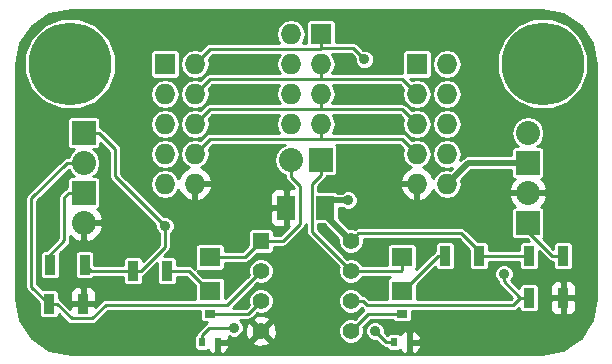
<source format=gtl>
%FSLAX46Y46*%
G04 Gerber Fmt 4.6, Leading zero omitted, Abs format (unit mm)*
G04 Created by KiCad (PCBNEW (2014-09-25 BZR 5147)-product) date vr 26 sep 2014 03:31:45 CEST*
%MOMM*%
G01*
G04 APERTURE LIST*
%ADD10C,0.100000*%
%ADD11R,1.727200X1.727200*%
%ADD12O,1.727200X1.727200*%
%ADD13C,7.000000*%
%ADD14R,1.800860X1.597660*%
%ADD15R,2.032000X2.032000*%
%ADD16O,2.032000X2.032000*%
%ADD17R,0.600000X0.700000*%
%ADD18R,0.900000X0.700000*%
%ADD19R,1.397000X1.397000*%
%ADD20C,1.397000*%
%ADD21R,1.524000X2.032000*%
%ADD22R,0.900000X1.700000*%
%ADD23C,0.889000*%
%ADD24C,0.254000*%
%ADD25C,0.500000*%
G04 APERTURE END LIST*
D10*
D11*
X134366000Y-65024000D03*
D12*
X136906000Y-65024000D03*
X134366000Y-67564000D03*
X136906000Y-67564000D03*
X134366000Y-70104000D03*
X136906000Y-70104000D03*
X134366000Y-72644000D03*
X136906000Y-72644000D03*
X134366000Y-75184000D03*
X136906000Y-75184000D03*
D13*
X145000000Y-65000000D03*
D14*
X116840000Y-84223860D03*
X116840000Y-81384140D03*
X133096000Y-84223860D03*
X133096000Y-81384140D03*
D15*
X106172000Y-75946000D03*
D16*
X106172000Y-78486000D03*
D15*
X106172000Y-70866000D03*
D16*
X106172000Y-73406000D03*
D11*
X113030000Y-65024000D03*
D12*
X115570000Y-65024000D03*
X113030000Y-67564000D03*
X115570000Y-67564000D03*
X113030000Y-70104000D03*
X115570000Y-70104000D03*
X113030000Y-72644000D03*
X115570000Y-72644000D03*
X113030000Y-75184000D03*
X115570000Y-75184000D03*
D15*
X143764000Y-78486000D03*
D16*
X143764000Y-75946000D03*
D15*
X143764000Y-73406000D03*
D16*
X143764000Y-70866000D03*
D17*
X116190000Y-88576000D03*
X117490000Y-88576000D03*
D18*
X116840000Y-86176000D03*
D17*
X132446000Y-88576000D03*
X133746000Y-88576000D03*
D18*
X133096000Y-86176000D03*
D19*
X121158000Y-80010000D03*
D20*
X121158000Y-82550000D03*
X121158000Y-85090000D03*
X121158000Y-87630000D03*
X128778000Y-87630000D03*
X128778000Y-85090000D03*
X128778000Y-82550000D03*
X128778000Y-80010000D03*
D13*
X105000000Y-65000000D03*
D11*
X126238000Y-62484000D03*
D12*
X123698000Y-62484000D03*
X126238000Y-65024000D03*
X123698000Y-65024000D03*
X126238000Y-67564000D03*
X123698000Y-67564000D03*
X126238000Y-70104000D03*
X123698000Y-70104000D03*
D15*
X126238000Y-73152000D03*
D16*
X123698000Y-73152000D03*
D21*
X126619000Y-77216000D03*
X123317000Y-77216000D03*
D22*
X106225000Y-82042000D03*
X103325000Y-82042000D03*
X103198000Y-85344000D03*
X106098000Y-85344000D03*
X113210000Y-82550000D03*
X110310000Y-82550000D03*
X143838000Y-81280000D03*
X146738000Y-81280000D03*
X143838000Y-84836000D03*
X146738000Y-84836000D03*
X136726000Y-81280000D03*
X139626000Y-81280000D03*
D23*
X130810000Y-87630000D03*
X113030000Y-78740000D03*
X118872000Y-87376000D03*
X128548051Y-76551601D03*
X129921000Y-64643000D03*
X141732000Y-82804000D03*
D24*
X115064540Y-82550000D02*
X113210000Y-82550000D01*
X116738400Y-84223860D02*
X115064540Y-82550000D01*
X116840000Y-84223860D02*
X116738400Y-84223860D01*
X121158000Y-80010000D02*
X122986802Y-80010000D01*
X122986802Y-80010000D02*
X124460001Y-78536801D01*
X124460001Y-78536801D02*
X124460001Y-75350841D01*
X123698000Y-74588840D02*
X123698000Y-73152000D01*
X124460001Y-75350841D02*
X123698000Y-74588840D01*
X116840000Y-81384140D02*
X119783860Y-81384140D01*
X119783860Y-81384140D02*
X121158000Y-80010000D01*
X133096000Y-84223860D02*
X133197600Y-84223860D01*
X133197600Y-84223860D02*
X136141460Y-81280000D01*
X136141460Y-81280000D02*
X136726000Y-81280000D01*
X128778000Y-82550000D02*
X125475999Y-79247999D01*
X125475999Y-79247999D02*
X125475999Y-75184001D01*
X125475999Y-75184001D02*
X126238000Y-74422000D01*
X126238000Y-74422000D02*
X126238000Y-73152000D01*
X128778000Y-82550000D02*
X132982970Y-82550000D01*
X132982970Y-82550000D02*
X133096000Y-82436970D01*
X133096000Y-82436970D02*
X133096000Y-81384140D01*
X103198000Y-81280000D02*
X104521000Y-79957000D01*
X104521000Y-79957000D02*
X104521000Y-76327000D01*
X104902000Y-75946000D02*
X106172000Y-75946000D01*
X104521000Y-76327000D02*
X104902000Y-75946000D01*
X132446000Y-88576000D02*
X131756000Y-88576000D01*
X131756000Y-88576000D02*
X130810000Y-87630000D01*
X110310000Y-82550000D02*
X106733000Y-82550000D01*
X106733000Y-82550000D02*
X106225000Y-82042000D01*
X113030000Y-78740000D02*
X113030000Y-80534000D01*
X113030000Y-80534000D02*
X111014000Y-82550000D01*
X111014000Y-82550000D02*
X110310000Y-82550000D01*
X106172000Y-70866000D02*
X107442000Y-70866000D01*
X107442000Y-70866000D02*
X108839000Y-72263000D01*
X108839000Y-72263000D02*
X108839000Y-74549000D01*
X108839000Y-74549000D02*
X113030000Y-78740000D01*
X110109000Y-82550000D02*
X110310000Y-82550000D01*
X106225000Y-81642000D02*
X106225000Y-82042000D01*
X128778000Y-80010000D02*
X129413000Y-79375000D01*
X138121000Y-79375000D02*
X139626000Y-80880000D01*
X129413000Y-79375000D02*
X138121000Y-79375000D01*
X139626000Y-80880000D02*
X139626000Y-81280000D01*
X139626000Y-81280000D02*
X143838000Y-81280000D01*
X116190000Y-88626000D02*
X116190000Y-88576000D01*
X116190000Y-88576000D02*
X116190000Y-87972000D01*
X116190000Y-87972000D02*
X116786000Y-87376000D01*
X116786000Y-87376000D02*
X118872000Y-87376000D01*
D25*
X136906000Y-75184000D02*
X138684000Y-73406000D01*
X138684000Y-73406000D02*
X143764000Y-73406000D01*
X126619000Y-77216000D02*
X126619000Y-77851000D01*
X126619000Y-77851000D02*
X128778000Y-80010000D01*
X128548051Y-76551601D02*
X127283399Y-76551601D01*
X127283399Y-76551601D02*
X126619000Y-77216000D01*
D24*
X103198000Y-85344000D02*
X101727000Y-83873000D01*
X104735160Y-73406000D02*
X106172000Y-73406000D01*
X101727000Y-83873000D02*
X101727000Y-76414160D01*
X101727000Y-76414160D02*
X104735160Y-73406000D01*
X121158000Y-82550000D02*
X118304309Y-85403691D01*
X118304309Y-85403691D02*
X108024111Y-85403691D01*
X108024111Y-85403691D02*
X106852801Y-86575001D01*
X106852801Y-86575001D02*
X105133001Y-86575001D01*
X105133001Y-86575001D02*
X103902000Y-85344000D01*
X103902000Y-85344000D02*
X103198000Y-85344000D01*
X126238000Y-63711470D02*
X128989470Y-63711470D01*
X128989470Y-63711470D02*
X129921000Y-64643000D01*
X126238000Y-62484000D02*
X126238000Y-63711470D01*
X116865399Y-63728601D02*
X126220869Y-63728601D01*
X126238000Y-63711470D02*
X126220869Y-63728601D01*
X115570000Y-65024000D02*
X116865399Y-63728601D01*
X116814601Y-66319399D02*
X126265665Y-66319399D01*
X126238000Y-65024000D02*
X126238000Y-66291734D01*
X126265665Y-66319399D02*
X133121399Y-66319399D01*
X126238000Y-66291734D02*
X126265665Y-66319399D01*
X115570000Y-67564000D02*
X116814601Y-66319399D01*
X133121399Y-66319399D02*
X133502401Y-66700401D01*
X133502401Y-66700401D02*
X134366000Y-67564000D01*
X116814601Y-68859399D02*
X126224512Y-68859399D01*
X126224512Y-68859399D02*
X133121399Y-68859399D01*
X126238000Y-67564000D02*
X126238000Y-68845911D01*
X126238000Y-68845911D02*
X126224512Y-68859399D01*
X115570000Y-70104000D02*
X116814601Y-68859399D01*
X133121399Y-68859399D02*
X133502401Y-69240401D01*
X133502401Y-69240401D02*
X134366000Y-70104000D01*
X116865399Y-71348601D02*
X126233119Y-71348601D01*
X126233119Y-71348601D02*
X133070601Y-71348601D01*
X126238000Y-70104000D02*
X126238000Y-71325314D01*
X126238000Y-71325314D02*
X126233119Y-71330195D01*
X126233119Y-71330195D02*
X126233119Y-71348601D01*
X115570000Y-72644000D02*
X116865399Y-71348601D01*
X133070601Y-71348601D02*
X133502401Y-71780401D01*
X133502401Y-71780401D02*
X134366000Y-72644000D01*
X143764000Y-79248000D02*
X145796000Y-81280000D01*
X145796000Y-81280000D02*
X146738000Y-81280000D01*
X143764000Y-78486000D02*
X143764000Y-79248000D01*
X143134000Y-84836000D02*
X141732000Y-83434000D01*
X141732000Y-83434000D02*
X141732000Y-82804000D01*
X143838000Y-84836000D02*
X143134000Y-84836000D01*
X143134000Y-84836000D02*
X142525001Y-85444999D01*
X142525001Y-85444999D02*
X130120827Y-85444999D01*
X130120827Y-85444999D02*
X129765828Y-85090000D01*
X129765828Y-85090000D02*
X128778000Y-85090000D01*
X116840000Y-86176000D02*
X120072000Y-86176000D01*
X120072000Y-86176000D02*
X121158000Y-85090000D01*
X133096000Y-86176000D02*
X130232000Y-86176000D01*
X130232000Y-86176000D02*
X128778000Y-87630000D01*
G36*
X115558570Y-84895691D02*
X108024111Y-84895691D01*
X107829708Y-84934360D01*
X107775021Y-84970900D01*
X107664900Y-85044481D01*
X107183000Y-85526380D01*
X107183000Y-85058250D01*
X107183000Y-84620309D01*
X107183000Y-84367690D01*
X107086327Y-84134301D01*
X106907698Y-83955673D01*
X106674309Y-83859000D01*
X106383750Y-83859000D01*
X106225000Y-84017750D01*
X106225000Y-85217000D01*
X107024250Y-85217000D01*
X107183000Y-85058250D01*
X107183000Y-85526380D01*
X107131315Y-85578065D01*
X107024250Y-85471000D01*
X106225000Y-85471000D01*
X106225000Y-85491000D01*
X105971000Y-85491000D01*
X105971000Y-85471000D01*
X105971000Y-85217000D01*
X105971000Y-84017750D01*
X105812250Y-83859000D01*
X105521691Y-83859000D01*
X105288302Y-83955673D01*
X105109673Y-84134301D01*
X105013000Y-84367690D01*
X105013000Y-84620309D01*
X105013000Y-85058250D01*
X105171750Y-85217000D01*
X105971000Y-85217000D01*
X105971000Y-85471000D01*
X105171750Y-85471000D01*
X105013000Y-85629750D01*
X105013000Y-85736580D01*
X104261210Y-84984790D01*
X104096403Y-84874669D01*
X104029000Y-84861261D01*
X104029000Y-84418214D01*
X103970996Y-84278180D01*
X103863819Y-84171004D01*
X103723785Y-84113000D01*
X103572214Y-84113000D01*
X102685420Y-84113000D01*
X102235000Y-83662580D01*
X102235000Y-76624580D01*
X104885450Y-73974129D01*
X105184172Y-74421197D01*
X105375442Y-74549000D01*
X105080214Y-74549000D01*
X104940180Y-74607004D01*
X104833004Y-74714181D01*
X104775000Y-74854215D01*
X104775000Y-75005786D01*
X104775000Y-75463261D01*
X104739849Y-75470253D01*
X104707596Y-75476669D01*
X104542789Y-75586790D01*
X104161790Y-75967790D01*
X104051669Y-76132597D01*
X104013000Y-76327000D01*
X104013000Y-79746579D01*
X102948579Y-80811000D01*
X102799214Y-80811000D01*
X102659180Y-80869004D01*
X102552004Y-80976181D01*
X102494000Y-81116215D01*
X102494000Y-81267786D01*
X102494000Y-82967786D01*
X102552004Y-83107820D01*
X102659181Y-83214996D01*
X102799215Y-83273000D01*
X102950786Y-83273000D01*
X103850786Y-83273000D01*
X103990820Y-83214996D01*
X104097996Y-83107819D01*
X104156000Y-82967785D01*
X104156000Y-82816214D01*
X104156000Y-81116214D01*
X104133800Y-81062619D01*
X104880210Y-80316210D01*
X104880211Y-80316210D01*
X104990331Y-80151403D01*
X105029000Y-79957000D01*
X105029000Y-79634440D01*
X105307182Y-79892385D01*
X105789056Y-80091975D01*
X106045000Y-79972836D01*
X106045000Y-78613000D01*
X106025000Y-78613000D01*
X106025000Y-78359000D01*
X106045000Y-78359000D01*
X106045000Y-78339000D01*
X106299000Y-78339000D01*
X106299000Y-78359000D01*
X107659367Y-78359000D01*
X107777983Y-78103054D01*
X107509188Y-77517621D01*
X107303241Y-77326656D01*
X107403820Y-77284996D01*
X107510996Y-77177819D01*
X107569000Y-77037785D01*
X107569000Y-76886214D01*
X107569000Y-74854214D01*
X107510996Y-74714180D01*
X107403819Y-74607004D01*
X107263785Y-74549000D01*
X107112214Y-74549000D01*
X106968557Y-74549000D01*
X107159828Y-74421197D01*
X107462660Y-73967978D01*
X107569000Y-73433369D01*
X107569000Y-73378631D01*
X107462660Y-72844022D01*
X107159828Y-72390803D01*
X106968557Y-72263000D01*
X107263786Y-72263000D01*
X107403820Y-72204996D01*
X107510996Y-72097819D01*
X107569000Y-71957785D01*
X107569000Y-71806214D01*
X107569000Y-71711420D01*
X108331000Y-72473420D01*
X108331000Y-74549000D01*
X108369669Y-74743403D01*
X108479790Y-74908210D01*
X112204592Y-78633012D01*
X112204357Y-78903482D01*
X112329767Y-79206998D01*
X112522000Y-79399566D01*
X112522000Y-80323579D01*
X111141000Y-81704579D01*
X111141000Y-81624214D01*
X111082996Y-81484180D01*
X110975819Y-81377004D01*
X110835785Y-81319000D01*
X110684214Y-81319000D01*
X109784214Y-81319000D01*
X109644180Y-81377004D01*
X109537004Y-81484181D01*
X109479000Y-81624215D01*
X109479000Y-81775786D01*
X109479000Y-82042000D01*
X107777983Y-82042000D01*
X107777983Y-78868946D01*
X107659367Y-78613000D01*
X106299000Y-78613000D01*
X106299000Y-79972836D01*
X106554944Y-80091975D01*
X107036818Y-79892385D01*
X107509188Y-79454379D01*
X107777983Y-78868946D01*
X107777983Y-82042000D01*
X107056000Y-82042000D01*
X107056000Y-81116214D01*
X106997996Y-80976180D01*
X106890819Y-80869004D01*
X106750785Y-80811000D01*
X106599214Y-80811000D01*
X105699214Y-80811000D01*
X105559180Y-80869004D01*
X105452004Y-80976181D01*
X105394000Y-81116215D01*
X105394000Y-81267786D01*
X105394000Y-82967786D01*
X105452004Y-83107820D01*
X105559181Y-83214996D01*
X105699215Y-83273000D01*
X105850786Y-83273000D01*
X106750786Y-83273000D01*
X106890820Y-83214996D01*
X106997996Y-83107819D01*
X107018631Y-83058000D01*
X109479000Y-83058000D01*
X109479000Y-83475786D01*
X109537004Y-83615820D01*
X109644181Y-83722996D01*
X109784215Y-83781000D01*
X109935786Y-83781000D01*
X110835786Y-83781000D01*
X110975820Y-83722996D01*
X111082996Y-83615819D01*
X111141000Y-83475785D01*
X111141000Y-83324214D01*
X111141000Y-83032738D01*
X111208403Y-83019331D01*
X111373210Y-82909210D01*
X112379000Y-81903420D01*
X112379000Y-83475786D01*
X112437004Y-83615820D01*
X112544181Y-83722996D01*
X112684215Y-83781000D01*
X112835786Y-83781000D01*
X113735786Y-83781000D01*
X113875820Y-83722996D01*
X113982996Y-83615819D01*
X114041000Y-83475785D01*
X114041000Y-83324214D01*
X114041000Y-83058000D01*
X114854119Y-83058000D01*
X115558570Y-83762450D01*
X115558570Y-84895691D01*
X115558570Y-84895691D01*
G37*
X115558570Y-84895691D02*
X108024111Y-84895691D01*
X107829708Y-84934360D01*
X107775021Y-84970900D01*
X107664900Y-85044481D01*
X107183000Y-85526380D01*
X107183000Y-85058250D01*
X107183000Y-84620309D01*
X107183000Y-84367690D01*
X107086327Y-84134301D01*
X106907698Y-83955673D01*
X106674309Y-83859000D01*
X106383750Y-83859000D01*
X106225000Y-84017750D01*
X106225000Y-85217000D01*
X107024250Y-85217000D01*
X107183000Y-85058250D01*
X107183000Y-85526380D01*
X107131315Y-85578065D01*
X107024250Y-85471000D01*
X106225000Y-85471000D01*
X106225000Y-85491000D01*
X105971000Y-85491000D01*
X105971000Y-85471000D01*
X105971000Y-85217000D01*
X105971000Y-84017750D01*
X105812250Y-83859000D01*
X105521691Y-83859000D01*
X105288302Y-83955673D01*
X105109673Y-84134301D01*
X105013000Y-84367690D01*
X105013000Y-84620309D01*
X105013000Y-85058250D01*
X105171750Y-85217000D01*
X105971000Y-85217000D01*
X105971000Y-85471000D01*
X105171750Y-85471000D01*
X105013000Y-85629750D01*
X105013000Y-85736580D01*
X104261210Y-84984790D01*
X104096403Y-84874669D01*
X104029000Y-84861261D01*
X104029000Y-84418214D01*
X103970996Y-84278180D01*
X103863819Y-84171004D01*
X103723785Y-84113000D01*
X103572214Y-84113000D01*
X102685420Y-84113000D01*
X102235000Y-83662580D01*
X102235000Y-76624580D01*
X104885450Y-73974129D01*
X105184172Y-74421197D01*
X105375442Y-74549000D01*
X105080214Y-74549000D01*
X104940180Y-74607004D01*
X104833004Y-74714181D01*
X104775000Y-74854215D01*
X104775000Y-75005786D01*
X104775000Y-75463261D01*
X104739849Y-75470253D01*
X104707596Y-75476669D01*
X104542789Y-75586790D01*
X104161790Y-75967790D01*
X104051669Y-76132597D01*
X104013000Y-76327000D01*
X104013000Y-79746579D01*
X102948579Y-80811000D01*
X102799214Y-80811000D01*
X102659180Y-80869004D01*
X102552004Y-80976181D01*
X102494000Y-81116215D01*
X102494000Y-81267786D01*
X102494000Y-82967786D01*
X102552004Y-83107820D01*
X102659181Y-83214996D01*
X102799215Y-83273000D01*
X102950786Y-83273000D01*
X103850786Y-83273000D01*
X103990820Y-83214996D01*
X104097996Y-83107819D01*
X104156000Y-82967785D01*
X104156000Y-82816214D01*
X104156000Y-81116214D01*
X104133800Y-81062619D01*
X104880210Y-80316210D01*
X104880211Y-80316210D01*
X104990331Y-80151403D01*
X105029000Y-79957000D01*
X105029000Y-79634440D01*
X105307182Y-79892385D01*
X105789056Y-80091975D01*
X106045000Y-79972836D01*
X106045000Y-78613000D01*
X106025000Y-78613000D01*
X106025000Y-78359000D01*
X106045000Y-78359000D01*
X106045000Y-78339000D01*
X106299000Y-78339000D01*
X106299000Y-78359000D01*
X107659367Y-78359000D01*
X107777983Y-78103054D01*
X107509188Y-77517621D01*
X107303241Y-77326656D01*
X107403820Y-77284996D01*
X107510996Y-77177819D01*
X107569000Y-77037785D01*
X107569000Y-76886214D01*
X107569000Y-74854214D01*
X107510996Y-74714180D01*
X107403819Y-74607004D01*
X107263785Y-74549000D01*
X107112214Y-74549000D01*
X106968557Y-74549000D01*
X107159828Y-74421197D01*
X107462660Y-73967978D01*
X107569000Y-73433369D01*
X107569000Y-73378631D01*
X107462660Y-72844022D01*
X107159828Y-72390803D01*
X106968557Y-72263000D01*
X107263786Y-72263000D01*
X107403820Y-72204996D01*
X107510996Y-72097819D01*
X107569000Y-71957785D01*
X107569000Y-71806214D01*
X107569000Y-71711420D01*
X108331000Y-72473420D01*
X108331000Y-74549000D01*
X108369669Y-74743403D01*
X108479790Y-74908210D01*
X112204592Y-78633012D01*
X112204357Y-78903482D01*
X112329767Y-79206998D01*
X112522000Y-79399566D01*
X112522000Y-80323579D01*
X111141000Y-81704579D01*
X111141000Y-81624214D01*
X111082996Y-81484180D01*
X110975819Y-81377004D01*
X110835785Y-81319000D01*
X110684214Y-81319000D01*
X109784214Y-81319000D01*
X109644180Y-81377004D01*
X109537004Y-81484181D01*
X109479000Y-81624215D01*
X109479000Y-81775786D01*
X109479000Y-82042000D01*
X107777983Y-82042000D01*
X107777983Y-78868946D01*
X107659367Y-78613000D01*
X106299000Y-78613000D01*
X106299000Y-79972836D01*
X106554944Y-80091975D01*
X107036818Y-79892385D01*
X107509188Y-79454379D01*
X107777983Y-78868946D01*
X107777983Y-82042000D01*
X107056000Y-82042000D01*
X107056000Y-81116214D01*
X106997996Y-80976180D01*
X106890819Y-80869004D01*
X106750785Y-80811000D01*
X106599214Y-80811000D01*
X105699214Y-80811000D01*
X105559180Y-80869004D01*
X105452004Y-80976181D01*
X105394000Y-81116215D01*
X105394000Y-81267786D01*
X105394000Y-82967786D01*
X105452004Y-83107820D01*
X105559181Y-83214996D01*
X105699215Y-83273000D01*
X105850786Y-83273000D01*
X106750786Y-83273000D01*
X106890820Y-83214996D01*
X106997996Y-83107819D01*
X107018631Y-83058000D01*
X109479000Y-83058000D01*
X109479000Y-83475786D01*
X109537004Y-83615820D01*
X109644181Y-83722996D01*
X109784215Y-83781000D01*
X109935786Y-83781000D01*
X110835786Y-83781000D01*
X110975820Y-83722996D01*
X111082996Y-83615819D01*
X111141000Y-83475785D01*
X111141000Y-83324214D01*
X111141000Y-83032738D01*
X111208403Y-83019331D01*
X111373210Y-82909210D01*
X112379000Y-81903420D01*
X112379000Y-83475786D01*
X112437004Y-83615820D01*
X112544181Y-83722996D01*
X112684215Y-83781000D01*
X112835786Y-83781000D01*
X113735786Y-83781000D01*
X113875820Y-83722996D01*
X113982996Y-83615819D01*
X114041000Y-83475785D01*
X114041000Y-83324214D01*
X114041000Y-83058000D01*
X114854119Y-83058000D01*
X115558570Y-83762450D01*
X115558570Y-84895691D01*
G36*
X149569400Y-84957590D02*
X149213782Y-86745403D01*
X148881672Y-87242440D01*
X148881672Y-64231408D01*
X148292070Y-62804462D01*
X147201280Y-61711767D01*
X145775365Y-61119675D01*
X144231408Y-61118328D01*
X142804462Y-61707930D01*
X141711767Y-62798720D01*
X141119675Y-64224635D01*
X141118328Y-65768592D01*
X141707930Y-67195538D01*
X142798720Y-68288233D01*
X144224635Y-68880325D01*
X145768592Y-68881672D01*
X147195538Y-68292070D01*
X148288233Y-67201280D01*
X148880325Y-65775365D01*
X148881672Y-64231408D01*
X148881672Y-87242440D01*
X148225087Y-88225089D01*
X147823000Y-88493754D01*
X147823000Y-85812310D01*
X147823000Y-85559691D01*
X147823000Y-85121750D01*
X147823000Y-84550250D01*
X147823000Y-84112309D01*
X147823000Y-83859690D01*
X147726327Y-83626301D01*
X147569000Y-83468974D01*
X147569000Y-82205785D01*
X147569000Y-82054214D01*
X147569000Y-80354214D01*
X147510996Y-80214180D01*
X147403819Y-80107004D01*
X147263785Y-80049000D01*
X147112214Y-80049000D01*
X146212214Y-80049000D01*
X146072180Y-80107004D01*
X145965004Y-80214181D01*
X145907000Y-80354215D01*
X145907000Y-80505786D01*
X145907000Y-80672580D01*
X145027617Y-79793197D01*
X145102996Y-79717819D01*
X145161000Y-79577785D01*
X145161000Y-79426214D01*
X145161000Y-77394214D01*
X145102996Y-77254180D01*
X144995819Y-77147004D01*
X144895241Y-77105343D01*
X145101188Y-76914379D01*
X145369983Y-76328946D01*
X145251367Y-76073000D01*
X143891000Y-76073000D01*
X143891000Y-76093000D01*
X143637000Y-76093000D01*
X143637000Y-76073000D01*
X142276633Y-76073000D01*
X142158017Y-76328946D01*
X142426812Y-76914379D01*
X142632758Y-77105343D01*
X142532180Y-77147004D01*
X142425004Y-77254181D01*
X142367000Y-77394215D01*
X142367000Y-77545786D01*
X142367000Y-79577786D01*
X142425004Y-79717820D01*
X142532181Y-79824996D01*
X142672215Y-79883000D01*
X142823786Y-79883000D01*
X143680580Y-79883000D01*
X143846580Y-80049000D01*
X143312214Y-80049000D01*
X143172180Y-80107004D01*
X143065004Y-80214181D01*
X143007000Y-80354215D01*
X143007000Y-80505786D01*
X143007000Y-80772000D01*
X140457000Y-80772000D01*
X140457000Y-80354214D01*
X140398996Y-80214180D01*
X140291819Y-80107004D01*
X140151785Y-80049000D01*
X140000214Y-80049000D01*
X139513420Y-80049000D01*
X138480210Y-79015790D01*
X138315403Y-78905669D01*
X138121000Y-78867000D01*
X134239000Y-78867000D01*
X134239000Y-76517817D01*
X134239000Y-75311000D01*
X133031531Y-75311000D01*
X132911032Y-75543027D01*
X133159179Y-76072490D01*
X133591053Y-76466688D01*
X134006974Y-76638958D01*
X134239000Y-76517817D01*
X134239000Y-78867000D01*
X129413000Y-78867000D01*
X129218597Y-78905669D01*
X129109297Y-78978700D01*
X129109296Y-78978700D01*
X128993668Y-78930687D01*
X128590704Y-78930336D01*
X127762000Y-78101632D01*
X127762000Y-77182601D01*
X128011534Y-77182601D01*
X128079832Y-77251018D01*
X128383128Y-77376958D01*
X128711533Y-77377244D01*
X129015049Y-77251834D01*
X129247468Y-77019820D01*
X129373408Y-76716524D01*
X129373694Y-76388119D01*
X129248284Y-76084603D01*
X129016270Y-75852184D01*
X128712974Y-75726244D01*
X128384569Y-75725958D01*
X128081053Y-75851368D01*
X128011699Y-75920601D01*
X127640416Y-75920601D01*
X127596819Y-75877004D01*
X127456785Y-75819000D01*
X127305214Y-75819000D01*
X125983999Y-75819000D01*
X125983999Y-75394421D01*
X126597210Y-74781210D01*
X126707331Y-74616404D01*
X126707331Y-74616403D01*
X126720738Y-74549000D01*
X127329786Y-74549000D01*
X127469820Y-74490996D01*
X127576996Y-74383819D01*
X127635000Y-74243785D01*
X127635000Y-74092214D01*
X127635000Y-72060214D01*
X127576996Y-71920180D01*
X127513416Y-71856601D01*
X132860180Y-71856601D01*
X133143190Y-72139611D01*
X133143191Y-72139611D01*
X133143193Y-72139613D01*
X133204653Y-72201073D01*
X133121400Y-72619617D01*
X133121400Y-72668383D01*
X133216140Y-73144671D01*
X133485935Y-73548448D01*
X133852171Y-73793159D01*
X133591053Y-73901312D01*
X133159179Y-74295510D01*
X132911032Y-74824973D01*
X133031531Y-75057000D01*
X134239000Y-75057000D01*
X134239000Y-75037000D01*
X134493000Y-75037000D01*
X134493000Y-75057000D01*
X134513000Y-75057000D01*
X134513000Y-75311000D01*
X134493000Y-75311000D01*
X134493000Y-76517817D01*
X134725026Y-76638958D01*
X135140947Y-76466688D01*
X135572821Y-76072490D01*
X135755676Y-75682338D01*
X135756140Y-75684671D01*
X136025935Y-76088448D01*
X136429712Y-76358243D01*
X136906000Y-76452983D01*
X137382288Y-76358243D01*
X137786065Y-76088448D01*
X138055860Y-75684671D01*
X138150600Y-75208383D01*
X138150600Y-75159617D01*
X138096206Y-74886162D01*
X138945368Y-74037000D01*
X142367000Y-74037000D01*
X142367000Y-74497786D01*
X142425004Y-74637820D01*
X142532181Y-74744996D01*
X142632758Y-74786656D01*
X142426812Y-74977621D01*
X142158017Y-75563054D01*
X142276633Y-75819000D01*
X143637000Y-75819000D01*
X143637000Y-75799000D01*
X143891000Y-75799000D01*
X143891000Y-75819000D01*
X145251367Y-75819000D01*
X145369983Y-75563054D01*
X145101188Y-74977621D01*
X144895241Y-74786656D01*
X144995820Y-74744996D01*
X145102996Y-74637819D01*
X145161000Y-74497785D01*
X145161000Y-74346214D01*
X145161000Y-72314214D01*
X145102996Y-72174180D01*
X144995819Y-72067004D01*
X144855785Y-72009000D01*
X144704214Y-72009000D01*
X144560557Y-72009000D01*
X144751828Y-71881197D01*
X145054660Y-71427978D01*
X145161000Y-70893369D01*
X145161000Y-70838631D01*
X145054660Y-70304022D01*
X144751828Y-69850803D01*
X144298609Y-69547971D01*
X143764000Y-69441631D01*
X143229391Y-69547971D01*
X142776172Y-69850803D01*
X142473340Y-70304022D01*
X142367000Y-70838631D01*
X142367000Y-70893369D01*
X142473340Y-71427978D01*
X142776172Y-71881197D01*
X142967442Y-72009000D01*
X142672214Y-72009000D01*
X142532180Y-72067004D01*
X142425004Y-72174181D01*
X142367000Y-72314215D01*
X142367000Y-72465786D01*
X142367000Y-72775000D01*
X138684000Y-72775000D01*
X138442527Y-72823032D01*
X138237816Y-72959815D01*
X138056580Y-73141051D01*
X138150600Y-72668383D01*
X138150600Y-72619617D01*
X138150600Y-70128383D01*
X138150600Y-70079617D01*
X138150600Y-67588383D01*
X138150600Y-67539617D01*
X138150600Y-65048383D01*
X138150600Y-64999617D01*
X138055860Y-64523329D01*
X137786065Y-64119552D01*
X137382288Y-63849757D01*
X136906000Y-63755017D01*
X136429712Y-63849757D01*
X136025935Y-64119552D01*
X135756140Y-64523329D01*
X135661400Y-64999617D01*
X135661400Y-65048383D01*
X135756140Y-65524671D01*
X136025935Y-65928448D01*
X136429712Y-66198243D01*
X136906000Y-66292983D01*
X137382288Y-66198243D01*
X137786065Y-65928448D01*
X138055860Y-65524671D01*
X138150600Y-65048383D01*
X138150600Y-67539617D01*
X138055860Y-67063329D01*
X137786065Y-66659552D01*
X137382288Y-66389757D01*
X136906000Y-66295017D01*
X136429712Y-66389757D01*
X136025935Y-66659552D01*
X135756140Y-67063329D01*
X135661400Y-67539617D01*
X135661400Y-67588383D01*
X135756140Y-68064671D01*
X136025935Y-68468448D01*
X136429712Y-68738243D01*
X136906000Y-68832983D01*
X137382288Y-68738243D01*
X137786065Y-68468448D01*
X138055860Y-68064671D01*
X138150600Y-67588383D01*
X138150600Y-70079617D01*
X138055860Y-69603329D01*
X137786065Y-69199552D01*
X137382288Y-68929757D01*
X136906000Y-68835017D01*
X136429712Y-68929757D01*
X136025935Y-69199552D01*
X135756140Y-69603329D01*
X135661400Y-70079617D01*
X135661400Y-70128383D01*
X135756140Y-70604671D01*
X136025935Y-71008448D01*
X136429712Y-71278243D01*
X136906000Y-71372983D01*
X137382288Y-71278243D01*
X137786065Y-71008448D01*
X138055860Y-70604671D01*
X138150600Y-70128383D01*
X138150600Y-72619617D01*
X138055860Y-72143329D01*
X137786065Y-71739552D01*
X137382288Y-71469757D01*
X136906000Y-71375017D01*
X136429712Y-71469757D01*
X136025935Y-71739552D01*
X135756140Y-72143329D01*
X135661400Y-72619617D01*
X135661400Y-72668383D01*
X135756140Y-73144671D01*
X136025935Y-73548448D01*
X136429712Y-73818243D01*
X136906000Y-73912983D01*
X137378668Y-73818962D01*
X137220129Y-73977501D01*
X136906000Y-73915017D01*
X136429712Y-74009757D01*
X136025935Y-74279552D01*
X135756140Y-74683329D01*
X135755676Y-74685661D01*
X135572821Y-74295510D01*
X135140947Y-73901312D01*
X134879828Y-73793159D01*
X135246065Y-73548448D01*
X135515860Y-73144671D01*
X135610600Y-72668383D01*
X135610600Y-72619617D01*
X135515860Y-72143329D01*
X135246065Y-71739552D01*
X134842288Y-71469757D01*
X134366000Y-71375017D01*
X133906781Y-71466361D01*
X133861613Y-71421193D01*
X133861611Y-71421191D01*
X133861611Y-71421190D01*
X133429811Y-70989391D01*
X133265004Y-70879270D01*
X133070601Y-70840601D01*
X127230216Y-70840601D01*
X127387860Y-70604671D01*
X127482600Y-70128383D01*
X127482600Y-70079617D01*
X127387860Y-69603329D01*
X127230216Y-69367399D01*
X132910979Y-69367399D01*
X133143191Y-69599611D01*
X133204653Y-69661073D01*
X133121400Y-70079617D01*
X133121400Y-70128383D01*
X133216140Y-70604671D01*
X133485935Y-71008448D01*
X133889712Y-71278243D01*
X134366000Y-71372983D01*
X134842288Y-71278243D01*
X135246065Y-71008448D01*
X135515860Y-70604671D01*
X135610600Y-70128383D01*
X135610600Y-70079617D01*
X135515860Y-69603329D01*
X135246065Y-69199552D01*
X134842288Y-68929757D01*
X134366000Y-68835017D01*
X133906781Y-68926361D01*
X133861611Y-68881191D01*
X133480609Y-68500189D01*
X133315802Y-68390068D01*
X133121399Y-68351399D01*
X127196274Y-68351399D01*
X127387860Y-68064671D01*
X127482600Y-67588383D01*
X127482600Y-67539617D01*
X127387860Y-67063329D01*
X127230216Y-66827399D01*
X132910978Y-66827399D01*
X133143191Y-67059611D01*
X133204653Y-67121073D01*
X133121400Y-67539617D01*
X133121400Y-67588383D01*
X133216140Y-68064671D01*
X133485935Y-68468448D01*
X133889712Y-68738243D01*
X134366000Y-68832983D01*
X134842288Y-68738243D01*
X135246065Y-68468448D01*
X135515860Y-68064671D01*
X135610600Y-67588383D01*
X135610600Y-67539617D01*
X135515860Y-67063329D01*
X135246065Y-66659552D01*
X134842288Y-66389757D01*
X134366000Y-66295017D01*
X133906781Y-66386361D01*
X133861611Y-66341191D01*
X133789020Y-66268600D01*
X135305386Y-66268600D01*
X135445420Y-66210596D01*
X135552596Y-66103419D01*
X135610600Y-65963385D01*
X135610600Y-65811814D01*
X135610600Y-64084614D01*
X135552596Y-63944580D01*
X135445419Y-63837404D01*
X135305385Y-63779400D01*
X135153814Y-63779400D01*
X133426614Y-63779400D01*
X133286580Y-63837404D01*
X133179404Y-63944581D01*
X133121400Y-64084615D01*
X133121400Y-64236186D01*
X133121400Y-65811399D01*
X133121399Y-65811399D01*
X127196274Y-65811399D01*
X127387860Y-65524671D01*
X127482600Y-65048383D01*
X127482600Y-64999617D01*
X127387860Y-64523329D01*
X127184828Y-64219470D01*
X128779050Y-64219470D01*
X129095592Y-64536012D01*
X129095357Y-64806482D01*
X129220767Y-65109998D01*
X129452781Y-65342417D01*
X129756077Y-65468357D01*
X130084482Y-65468643D01*
X130387998Y-65343233D01*
X130620417Y-65111219D01*
X130746357Y-64807923D01*
X130746643Y-64479518D01*
X130621233Y-64176002D01*
X130389219Y-63943583D01*
X130085923Y-63817643D01*
X129813826Y-63817406D01*
X129348680Y-63352260D01*
X129183873Y-63242139D01*
X128989470Y-63203470D01*
X127482600Y-63203470D01*
X127482600Y-61544614D01*
X127424596Y-61404580D01*
X127317419Y-61297404D01*
X127177385Y-61239400D01*
X127025814Y-61239400D01*
X125298614Y-61239400D01*
X125158580Y-61297404D01*
X125051404Y-61404581D01*
X124993400Y-61544615D01*
X124993400Y-61696186D01*
X124993400Y-63220601D01*
X124690216Y-63220601D01*
X124847860Y-62984671D01*
X124942600Y-62508383D01*
X124942600Y-62459617D01*
X124847860Y-61983329D01*
X124578065Y-61579552D01*
X124174288Y-61309757D01*
X123698000Y-61215017D01*
X123221712Y-61309757D01*
X122817935Y-61579552D01*
X122548140Y-61983329D01*
X122453400Y-62459617D01*
X122453400Y-62508383D01*
X122548140Y-62984671D01*
X122705783Y-63220601D01*
X116865399Y-63220601D01*
X116670996Y-63259270D01*
X116506189Y-63369391D01*
X116029218Y-63846361D01*
X115570000Y-63755017D01*
X115093712Y-63849757D01*
X114689935Y-64119552D01*
X114420140Y-64523329D01*
X114325400Y-64999617D01*
X114325400Y-65048383D01*
X114420140Y-65524671D01*
X114689935Y-65928448D01*
X115093712Y-66198243D01*
X115570000Y-66292983D01*
X116046288Y-66198243D01*
X116450065Y-65928448D01*
X116719860Y-65524671D01*
X116814600Y-65048383D01*
X116814600Y-64999617D01*
X116731346Y-64581073D01*
X117075819Y-64236601D01*
X122739725Y-64236601D01*
X122548140Y-64523329D01*
X122453400Y-64999617D01*
X122453400Y-65048383D01*
X122548140Y-65524671D01*
X122739725Y-65811399D01*
X116814601Y-65811399D01*
X116620198Y-65850068D01*
X116455391Y-65960188D01*
X116029217Y-66386361D01*
X115570000Y-66295017D01*
X115093712Y-66389757D01*
X114689935Y-66659552D01*
X114420140Y-67063329D01*
X114325400Y-67539617D01*
X114325400Y-67588383D01*
X114420140Y-68064671D01*
X114689935Y-68468448D01*
X115093712Y-68738243D01*
X115570000Y-68832983D01*
X116046288Y-68738243D01*
X116450065Y-68468448D01*
X116719860Y-68064671D01*
X116814600Y-67588383D01*
X116814600Y-67539617D01*
X116731346Y-67121074D01*
X117025021Y-66827399D01*
X122705783Y-66827399D01*
X122548140Y-67063329D01*
X122453400Y-67539617D01*
X122453400Y-67588383D01*
X122548140Y-68064671D01*
X122739725Y-68351399D01*
X116814601Y-68351399D01*
X116620198Y-68390068D01*
X116455391Y-68500188D01*
X116029217Y-68926361D01*
X115570000Y-68835017D01*
X115093712Y-68929757D01*
X114689935Y-69199552D01*
X114420140Y-69603329D01*
X114325400Y-70079617D01*
X114325400Y-70128383D01*
X114420140Y-70604671D01*
X114689935Y-71008448D01*
X115093712Y-71278243D01*
X115570000Y-71372983D01*
X116046288Y-71278243D01*
X116450065Y-71008448D01*
X116719860Y-70604671D01*
X116814600Y-70128383D01*
X116814600Y-70079617D01*
X116731346Y-69661074D01*
X117025021Y-69367399D01*
X122705783Y-69367399D01*
X122548140Y-69603329D01*
X122453400Y-70079617D01*
X122453400Y-70128383D01*
X122548140Y-70604671D01*
X122705783Y-70840601D01*
X116865399Y-70840601D01*
X116670996Y-70879270D01*
X116506189Y-70989391D01*
X116029218Y-71466361D01*
X115570000Y-71375017D01*
X115093712Y-71469757D01*
X114689935Y-71739552D01*
X114420140Y-72143329D01*
X114325400Y-72619617D01*
X114325400Y-72668383D01*
X114420140Y-73144671D01*
X114689935Y-73548448D01*
X115056171Y-73793159D01*
X114795053Y-73901312D01*
X114363179Y-74295510D01*
X114274600Y-74484506D01*
X114274600Y-72668383D01*
X114274600Y-72619617D01*
X114274600Y-70128383D01*
X114274600Y-70079617D01*
X114274600Y-67588383D01*
X114274600Y-67539617D01*
X114274600Y-65963385D01*
X114274600Y-65811814D01*
X114274600Y-64084614D01*
X114216596Y-63944580D01*
X114109419Y-63837404D01*
X113969385Y-63779400D01*
X113817814Y-63779400D01*
X112090614Y-63779400D01*
X111950580Y-63837404D01*
X111843404Y-63944581D01*
X111785400Y-64084615D01*
X111785400Y-64236186D01*
X111785400Y-65963386D01*
X111843404Y-66103420D01*
X111950581Y-66210596D01*
X112090615Y-66268600D01*
X112242186Y-66268600D01*
X113969386Y-66268600D01*
X114109420Y-66210596D01*
X114216596Y-66103419D01*
X114274600Y-65963385D01*
X114274600Y-67539617D01*
X114179860Y-67063329D01*
X113910065Y-66659552D01*
X113506288Y-66389757D01*
X113030000Y-66295017D01*
X112553712Y-66389757D01*
X112149935Y-66659552D01*
X111880140Y-67063329D01*
X111785400Y-67539617D01*
X111785400Y-67588383D01*
X111880140Y-68064671D01*
X112149935Y-68468448D01*
X112553712Y-68738243D01*
X113030000Y-68832983D01*
X113506288Y-68738243D01*
X113910065Y-68468448D01*
X114179860Y-68064671D01*
X114274600Y-67588383D01*
X114274600Y-70079617D01*
X114179860Y-69603329D01*
X113910065Y-69199552D01*
X113506288Y-68929757D01*
X113030000Y-68835017D01*
X112553712Y-68929757D01*
X112149935Y-69199552D01*
X111880140Y-69603329D01*
X111785400Y-70079617D01*
X111785400Y-70128383D01*
X111880140Y-70604671D01*
X112149935Y-71008448D01*
X112553712Y-71278243D01*
X113030000Y-71372983D01*
X113506288Y-71278243D01*
X113910065Y-71008448D01*
X114179860Y-70604671D01*
X114274600Y-70128383D01*
X114274600Y-72619617D01*
X114179860Y-72143329D01*
X113910065Y-71739552D01*
X113506288Y-71469757D01*
X113030000Y-71375017D01*
X112553712Y-71469757D01*
X112149935Y-71739552D01*
X111880140Y-72143329D01*
X111785400Y-72619617D01*
X111785400Y-72668383D01*
X111880140Y-73144671D01*
X112149935Y-73548448D01*
X112553712Y-73818243D01*
X113030000Y-73912983D01*
X113506288Y-73818243D01*
X113910065Y-73548448D01*
X114179860Y-73144671D01*
X114274600Y-72668383D01*
X114274600Y-74484506D01*
X114180323Y-74685661D01*
X114179860Y-74683329D01*
X113910065Y-74279552D01*
X113506288Y-74009757D01*
X113030000Y-73915017D01*
X112553712Y-74009757D01*
X112149935Y-74279552D01*
X111880140Y-74683329D01*
X111785400Y-75159617D01*
X111785400Y-75208383D01*
X111880140Y-75684671D01*
X112149935Y-76088448D01*
X112553712Y-76358243D01*
X113030000Y-76452983D01*
X113506288Y-76358243D01*
X113910065Y-76088448D01*
X114179860Y-75684671D01*
X114180323Y-75682338D01*
X114363179Y-76072490D01*
X114795053Y-76466688D01*
X115210974Y-76638958D01*
X115443000Y-76517817D01*
X115443000Y-75311000D01*
X115423000Y-75311000D01*
X115423000Y-75057000D01*
X115443000Y-75057000D01*
X115443000Y-75037000D01*
X115697000Y-75037000D01*
X115697000Y-75057000D01*
X116904469Y-75057000D01*
X117024968Y-74824973D01*
X116776821Y-74295510D01*
X116344947Y-73901312D01*
X116083828Y-73793159D01*
X116450065Y-73548448D01*
X116719860Y-73144671D01*
X116814600Y-72668383D01*
X116814600Y-72619617D01*
X116731346Y-72201073D01*
X117075819Y-71856601D01*
X123159846Y-71856601D01*
X123136022Y-71861340D01*
X122682803Y-72164172D01*
X122379971Y-72617391D01*
X122273631Y-73152000D01*
X122379971Y-73686609D01*
X122682803Y-74139828D01*
X123136022Y-74442660D01*
X123190000Y-74453396D01*
X123190000Y-74588840D01*
X123228669Y-74783243D01*
X123338790Y-74948050D01*
X123952001Y-75561261D01*
X123952001Y-75565000D01*
X123602750Y-75565000D01*
X123444000Y-75723750D01*
X123444000Y-77089000D01*
X123464000Y-77089000D01*
X123464000Y-77343000D01*
X123444000Y-77343000D01*
X123444000Y-78708250D01*
X123507066Y-78771316D01*
X123190000Y-79088382D01*
X123190000Y-78708250D01*
X123190000Y-77343000D01*
X123190000Y-77089000D01*
X123190000Y-75723750D01*
X123031250Y-75565000D01*
X122428691Y-75565000D01*
X122195302Y-75661673D01*
X122016673Y-75840301D01*
X121920000Y-76073690D01*
X121920000Y-76326309D01*
X121920000Y-76930250D01*
X122078750Y-77089000D01*
X123190000Y-77089000D01*
X123190000Y-77343000D01*
X122078750Y-77343000D01*
X121920000Y-77501750D01*
X121920000Y-78105691D01*
X121920000Y-78358310D01*
X122016673Y-78591699D01*
X122195302Y-78770327D01*
X122428691Y-78867000D01*
X123031250Y-78867000D01*
X123190000Y-78708250D01*
X123190000Y-79088382D01*
X122776382Y-79502000D01*
X122237500Y-79502000D01*
X122237500Y-79235714D01*
X122179496Y-79095680D01*
X122072319Y-78988504D01*
X121932285Y-78930500D01*
X121780714Y-78930500D01*
X120383714Y-78930500D01*
X120243680Y-78988504D01*
X120136504Y-79095681D01*
X120078500Y-79235715D01*
X120078500Y-79387286D01*
X120078500Y-80371079D01*
X119573439Y-80876140D01*
X118121430Y-80876140D01*
X118121430Y-80509524D01*
X118063426Y-80369490D01*
X117956249Y-80262314D01*
X117816215Y-80204310D01*
X117664644Y-80204310D01*
X117024968Y-80204310D01*
X117024968Y-75543027D01*
X116904469Y-75311000D01*
X115697000Y-75311000D01*
X115697000Y-76517817D01*
X115929026Y-76638958D01*
X116344947Y-76466688D01*
X116776821Y-76072490D01*
X117024968Y-75543027D01*
X117024968Y-80204310D01*
X115863784Y-80204310D01*
X115723750Y-80262314D01*
X115616574Y-80369491D01*
X115558570Y-80509525D01*
X115558570Y-80661096D01*
X115558570Y-82258756D01*
X115605842Y-82372882D01*
X115423750Y-82190790D01*
X115258943Y-82080669D01*
X115064540Y-82042000D01*
X114041000Y-82042000D01*
X114041000Y-81624214D01*
X113982996Y-81484180D01*
X113875819Y-81377004D01*
X113735785Y-81319000D01*
X113584214Y-81319000D01*
X112963420Y-81319000D01*
X113389210Y-80893210D01*
X113389211Y-80893210D01*
X113499331Y-80728403D01*
X113538000Y-80534000D01*
X113538000Y-79399302D01*
X113729417Y-79208219D01*
X113855357Y-78904923D01*
X113855643Y-78576518D01*
X113730233Y-78273002D01*
X113498219Y-78040583D01*
X113194923Y-77914643D01*
X112922826Y-77914406D01*
X109347000Y-74338580D01*
X109347000Y-72263000D01*
X109314746Y-72100849D01*
X109308331Y-72068597D01*
X109308331Y-72068596D01*
X109198210Y-71903790D01*
X108881672Y-71587252D01*
X108881672Y-64231408D01*
X108292070Y-62804462D01*
X107201280Y-61711767D01*
X105775365Y-61119675D01*
X104231408Y-61118328D01*
X102804462Y-61707930D01*
X101711767Y-62798720D01*
X101119675Y-64224635D01*
X101118328Y-65768592D01*
X101707930Y-67195538D01*
X102798720Y-68288233D01*
X104224635Y-68880325D01*
X105768592Y-68881672D01*
X107195538Y-68292070D01*
X108288233Y-67201280D01*
X108880325Y-65775365D01*
X108881672Y-64231408D01*
X108881672Y-71587252D01*
X107801210Y-70506790D01*
X107636403Y-70396669D01*
X107569000Y-70383261D01*
X107569000Y-69774214D01*
X107510996Y-69634180D01*
X107403819Y-69527004D01*
X107263785Y-69469000D01*
X107112214Y-69469000D01*
X105080214Y-69469000D01*
X104940180Y-69527004D01*
X104833004Y-69634181D01*
X104775000Y-69774215D01*
X104775000Y-69925786D01*
X104775000Y-71957786D01*
X104833004Y-72097820D01*
X104940181Y-72204996D01*
X105080215Y-72263000D01*
X105231786Y-72263000D01*
X105375442Y-72263000D01*
X105184172Y-72390803D01*
X104881340Y-72844022D01*
X104870603Y-72898000D01*
X104735160Y-72898000D01*
X104540757Y-72936669D01*
X104375950Y-73046790D01*
X101367790Y-76054950D01*
X101257669Y-76219757D01*
X101219000Y-76414160D01*
X101219000Y-83873000D01*
X101257669Y-84067403D01*
X101367790Y-84232210D01*
X102367000Y-85231420D01*
X102367000Y-86269786D01*
X102425004Y-86409820D01*
X102532181Y-86516996D01*
X102672215Y-86575000D01*
X102823786Y-86575000D01*
X103723786Y-86575000D01*
X103863820Y-86516996D01*
X103970996Y-86409819D01*
X104029000Y-86269785D01*
X104029000Y-86189420D01*
X104773791Y-86934211D01*
X104938597Y-87044332D01*
X104938598Y-87044332D01*
X104970850Y-87050747D01*
X105133001Y-87083001D01*
X106852801Y-87083001D01*
X107047204Y-87044332D01*
X107212011Y-86934211D01*
X108234531Y-85911691D01*
X116009000Y-85911691D01*
X116009000Y-86601786D01*
X116067004Y-86741820D01*
X116174181Y-86848996D01*
X116314215Y-86907000D01*
X116465786Y-86907000D01*
X116591100Y-86907000D01*
X116426790Y-87016790D01*
X115830790Y-87612790D01*
X115720669Y-87777597D01*
X115697658Y-87893278D01*
X115674180Y-87903004D01*
X115567004Y-88010181D01*
X115509000Y-88150215D01*
X115509000Y-88301786D01*
X115509000Y-89001786D01*
X115567004Y-89141820D01*
X115674181Y-89248996D01*
X115814215Y-89307000D01*
X115965786Y-89307000D01*
X116565786Y-89307000D01*
X116646626Y-89273514D01*
X116651673Y-89285699D01*
X116830302Y-89464327D01*
X117063691Y-89561000D01*
X117204250Y-89561000D01*
X117363000Y-89402250D01*
X117363000Y-88703000D01*
X117343000Y-88703000D01*
X117343000Y-88449000D01*
X117363000Y-88449000D01*
X117363000Y-88429000D01*
X117617000Y-88429000D01*
X117617000Y-88449000D01*
X118266250Y-88449000D01*
X118425000Y-88290250D01*
X118425000Y-88099690D01*
X118417264Y-88081016D01*
X118707077Y-88201357D01*
X119035482Y-88201643D01*
X119338998Y-88076233D01*
X119571417Y-87844219D01*
X119697357Y-87540923D01*
X119697643Y-87212518D01*
X119572233Y-86909002D01*
X119347623Y-86684000D01*
X120072000Y-86684000D01*
X120266403Y-86645331D01*
X120431210Y-86535210D01*
X120450487Y-86515932D01*
X120403417Y-86695812D01*
X121158000Y-87450395D01*
X121912583Y-86695812D01*
X121850929Y-86460200D01*
X121350520Y-86284073D01*
X120820801Y-86312852D01*
X120535316Y-86431103D01*
X120839716Y-86126703D01*
X120942332Y-86169313D01*
X121371784Y-86169687D01*
X121768689Y-86005689D01*
X122072622Y-85702286D01*
X122237313Y-85305668D01*
X122237687Y-84876216D01*
X122073689Y-84479311D01*
X121770286Y-84175378D01*
X121373668Y-84010687D01*
X120944216Y-84010313D01*
X120547311Y-84174311D01*
X120243378Y-84477714D01*
X120078687Y-84874332D01*
X120078313Y-85303784D01*
X120121434Y-85408145D01*
X119861580Y-85668000D01*
X118758420Y-85668000D01*
X120839717Y-83586703D01*
X120942332Y-83629313D01*
X121371784Y-83629687D01*
X121768689Y-83465689D01*
X122072622Y-83162286D01*
X122237313Y-82765668D01*
X122237687Y-82336216D01*
X122073689Y-81939311D01*
X121770286Y-81635378D01*
X121373668Y-81470687D01*
X120944216Y-81470313D01*
X120547311Y-81634311D01*
X120243378Y-81937714D01*
X120078687Y-82334332D01*
X120078313Y-82763784D01*
X120121434Y-82868145D01*
X118121430Y-84868149D01*
X118121430Y-83349244D01*
X118063426Y-83209210D01*
X117956249Y-83102034D01*
X117816215Y-83044030D01*
X117664644Y-83044030D01*
X116276990Y-83044030D01*
X115749656Y-82516696D01*
X115863785Y-82563970D01*
X116015356Y-82563970D01*
X117816216Y-82563970D01*
X117956250Y-82505966D01*
X118063426Y-82398789D01*
X118121430Y-82258755D01*
X118121430Y-82107184D01*
X118121430Y-81892140D01*
X119783860Y-81892140D01*
X119978263Y-81853471D01*
X120143070Y-81743350D01*
X120796920Y-81089500D01*
X121932286Y-81089500D01*
X122072320Y-81031496D01*
X122179496Y-80924319D01*
X122237500Y-80784285D01*
X122237500Y-80632714D01*
X122237500Y-80518000D01*
X122986802Y-80518000D01*
X123181205Y-80479331D01*
X123346012Y-80369210D01*
X124819211Y-78896011D01*
X124929332Y-78731204D01*
X124967999Y-78536811D01*
X124967999Y-79247999D01*
X125006668Y-79442402D01*
X125116789Y-79607209D01*
X127741296Y-82231717D01*
X127698687Y-82334332D01*
X127698313Y-82763784D01*
X127862311Y-83160689D01*
X128165714Y-83464622D01*
X128562332Y-83629313D01*
X128991784Y-83629687D01*
X129388689Y-83465689D01*
X129692622Y-83162286D01*
X129735925Y-83058000D01*
X132086057Y-83058000D01*
X131979750Y-83102034D01*
X131872574Y-83209211D01*
X131814570Y-83349245D01*
X131814570Y-83500816D01*
X131814570Y-84936999D01*
X130331247Y-84936999D01*
X130125038Y-84730790D01*
X129960231Y-84620669D01*
X129765828Y-84582000D01*
X129736119Y-84582000D01*
X129693689Y-84479311D01*
X129390286Y-84175378D01*
X128993668Y-84010687D01*
X128564216Y-84010313D01*
X128167311Y-84174311D01*
X127863378Y-84477714D01*
X127698687Y-84874332D01*
X127698313Y-85303784D01*
X127862311Y-85700689D01*
X128165714Y-86004622D01*
X128562332Y-86169313D01*
X128991784Y-86169687D01*
X129388689Y-86005689D01*
X129676143Y-85718736D01*
X129761616Y-85804209D01*
X129761617Y-85804209D01*
X129835800Y-85853778D01*
X129096282Y-86593296D01*
X128993668Y-86550687D01*
X128564216Y-86550313D01*
X128167311Y-86714311D01*
X127863378Y-87017714D01*
X127698687Y-87414332D01*
X127698313Y-87843784D01*
X127862311Y-88240689D01*
X128165714Y-88544622D01*
X128562332Y-88709313D01*
X128991784Y-88709687D01*
X129388689Y-88545689D01*
X129692622Y-88242286D01*
X129857313Y-87845668D01*
X129857687Y-87416216D01*
X129814565Y-87311854D01*
X130442420Y-86684000D01*
X132299054Y-86684000D01*
X132323004Y-86741820D01*
X132430181Y-86848996D01*
X132570215Y-86907000D01*
X132721786Y-86907000D01*
X133621786Y-86907000D01*
X133761820Y-86848996D01*
X133868996Y-86741819D01*
X133927000Y-86601785D01*
X133927000Y-86450214D01*
X133927000Y-85952999D01*
X142525001Y-85952999D01*
X142719404Y-85914330D01*
X142884211Y-85804209D01*
X143007000Y-85681420D01*
X143007000Y-85761786D01*
X143065004Y-85901820D01*
X143172181Y-86008996D01*
X143312215Y-86067000D01*
X143463786Y-86067000D01*
X144363786Y-86067000D01*
X144503820Y-86008996D01*
X144610996Y-85901819D01*
X144669000Y-85761785D01*
X144669000Y-85610214D01*
X144669000Y-83910214D01*
X144610996Y-83770180D01*
X144503819Y-83663004D01*
X144363785Y-83605000D01*
X144212214Y-83605000D01*
X143312214Y-83605000D01*
X143172180Y-83663004D01*
X143065004Y-83770181D01*
X143007000Y-83910215D01*
X143007000Y-83990579D01*
X142359965Y-83343545D01*
X142431417Y-83272219D01*
X142557357Y-82968923D01*
X142557643Y-82640518D01*
X142432233Y-82337002D01*
X142200219Y-82104583D01*
X141896923Y-81978643D01*
X141568518Y-81978357D01*
X141265002Y-82103767D01*
X141032583Y-82335781D01*
X140906643Y-82639077D01*
X140906357Y-82967482D01*
X141031767Y-83270998D01*
X141231344Y-83470923D01*
X141262669Y-83628403D01*
X141372790Y-83793210D01*
X142415579Y-84836000D01*
X142314580Y-84936999D01*
X134377430Y-84936999D01*
X134377430Y-83762450D01*
X135906450Y-82233429D01*
X135953004Y-82345820D01*
X136060181Y-82452996D01*
X136200215Y-82511000D01*
X136351786Y-82511000D01*
X137251786Y-82511000D01*
X137391820Y-82452996D01*
X137498996Y-82345819D01*
X137557000Y-82205785D01*
X137557000Y-82054214D01*
X137557000Y-80354214D01*
X137498996Y-80214180D01*
X137391819Y-80107004D01*
X137251785Y-80049000D01*
X137100214Y-80049000D01*
X136200214Y-80049000D01*
X136060180Y-80107004D01*
X135953004Y-80214181D01*
X135895000Y-80354215D01*
X135895000Y-80505786D01*
X135895000Y-80845452D01*
X135782250Y-80920790D01*
X134330156Y-82372883D01*
X134377430Y-82258755D01*
X134377430Y-82107184D01*
X134377430Y-80509524D01*
X134319426Y-80369490D01*
X134212249Y-80262314D01*
X134072215Y-80204310D01*
X133920644Y-80204310D01*
X132119784Y-80204310D01*
X131979750Y-80262314D01*
X131872574Y-80369491D01*
X131814570Y-80509525D01*
X131814570Y-80661096D01*
X131814570Y-82042000D01*
X129736119Y-82042000D01*
X129693689Y-81939311D01*
X129390286Y-81635378D01*
X128993668Y-81470687D01*
X128564216Y-81470313D01*
X128459854Y-81513434D01*
X125983999Y-79037578D01*
X125983999Y-78613000D01*
X126488632Y-78613000D01*
X127698662Y-79823030D01*
X127698313Y-80223784D01*
X127862311Y-80620689D01*
X128165714Y-80924622D01*
X128562332Y-81089313D01*
X128991784Y-81089687D01*
X129388689Y-80925689D01*
X129692622Y-80622286D01*
X129857313Y-80225668D01*
X129857611Y-79883000D01*
X137910579Y-79883000D01*
X138795000Y-80767420D01*
X138795000Y-82205786D01*
X138853004Y-82345820D01*
X138960181Y-82452996D01*
X139100215Y-82511000D01*
X139251786Y-82511000D01*
X140151786Y-82511000D01*
X140291820Y-82452996D01*
X140398996Y-82345819D01*
X140457000Y-82205785D01*
X140457000Y-82054214D01*
X140457000Y-81788000D01*
X143007000Y-81788000D01*
X143007000Y-82205786D01*
X143065004Y-82345820D01*
X143172181Y-82452996D01*
X143312215Y-82511000D01*
X143463786Y-82511000D01*
X144363786Y-82511000D01*
X144503820Y-82452996D01*
X144610996Y-82345819D01*
X144669000Y-82205785D01*
X144669000Y-82054214D01*
X144669000Y-80871420D01*
X145436790Y-81639210D01*
X145601597Y-81749331D01*
X145796000Y-81788000D01*
X145907000Y-81788000D01*
X145907000Y-82205786D01*
X145965004Y-82345820D01*
X146072181Y-82452996D01*
X146212215Y-82511000D01*
X146363786Y-82511000D01*
X147263786Y-82511000D01*
X147403820Y-82452996D01*
X147510996Y-82345819D01*
X147569000Y-82205785D01*
X147569000Y-83468974D01*
X147547698Y-83447673D01*
X147314309Y-83351000D01*
X147023750Y-83351000D01*
X146865000Y-83509750D01*
X146865000Y-84709000D01*
X147664250Y-84709000D01*
X147823000Y-84550250D01*
X147823000Y-85121750D01*
X147664250Y-84963000D01*
X146865000Y-84963000D01*
X146865000Y-86162250D01*
X147023750Y-86321000D01*
X147314309Y-86321000D01*
X147547698Y-86224327D01*
X147726327Y-86045699D01*
X147823000Y-85812310D01*
X147823000Y-88493754D01*
X146745403Y-89213782D01*
X146611000Y-89240516D01*
X146611000Y-86162250D01*
X146611000Y-84963000D01*
X146611000Y-84709000D01*
X146611000Y-83509750D01*
X146452250Y-83351000D01*
X146161691Y-83351000D01*
X145928302Y-83447673D01*
X145749673Y-83626301D01*
X145653000Y-83859690D01*
X145653000Y-84112309D01*
X145653000Y-84550250D01*
X145811750Y-84709000D01*
X146611000Y-84709000D01*
X146611000Y-84963000D01*
X145811750Y-84963000D01*
X145653000Y-85121750D01*
X145653000Y-85559691D01*
X145653000Y-85812310D01*
X145749673Y-86045699D01*
X145928302Y-86224327D01*
X146161691Y-86321000D01*
X146452250Y-86321000D01*
X146611000Y-86162250D01*
X146611000Y-89240516D01*
X144957590Y-89569400D01*
X134681000Y-89569400D01*
X134681000Y-89052310D01*
X134681000Y-88861750D01*
X134681000Y-88290250D01*
X134681000Y-88099690D01*
X134584327Y-87866301D01*
X134405698Y-87687673D01*
X134172309Y-87591000D01*
X134031750Y-87591000D01*
X133873000Y-87749750D01*
X133873000Y-88449000D01*
X134522250Y-88449000D01*
X134681000Y-88290250D01*
X134681000Y-88861750D01*
X134522250Y-88703000D01*
X133873000Y-88703000D01*
X133873000Y-89402250D01*
X134031750Y-89561000D01*
X134172309Y-89561000D01*
X134405698Y-89464327D01*
X134584327Y-89285699D01*
X134681000Y-89052310D01*
X134681000Y-89569400D01*
X133619000Y-89569400D01*
X133619000Y-89402250D01*
X133619000Y-88703000D01*
X133599000Y-88703000D01*
X133599000Y-88449000D01*
X133619000Y-88449000D01*
X133619000Y-87749750D01*
X133460250Y-87591000D01*
X133319691Y-87591000D01*
X133086302Y-87687673D01*
X132907673Y-87866301D01*
X132902626Y-87878485D01*
X132821785Y-87845000D01*
X132670214Y-87845000D01*
X132070214Y-87845000D01*
X131930180Y-87903004D01*
X131865802Y-87967382D01*
X131635407Y-87736987D01*
X131635643Y-87466518D01*
X131510233Y-87163002D01*
X131278219Y-86930583D01*
X130974923Y-86804643D01*
X130646518Y-86804357D01*
X130343002Y-86929767D01*
X130110583Y-87161781D01*
X129984643Y-87465077D01*
X129984357Y-87793482D01*
X130109767Y-88096998D01*
X130341781Y-88329417D01*
X130645077Y-88455357D01*
X130917173Y-88455593D01*
X131396790Y-88935210D01*
X131561597Y-89045331D01*
X131756000Y-89084000D01*
X131799054Y-89084000D01*
X131823004Y-89141820D01*
X131930181Y-89248996D01*
X132070215Y-89307000D01*
X132221786Y-89307000D01*
X132821786Y-89307000D01*
X132902626Y-89273514D01*
X132907673Y-89285699D01*
X133086302Y-89464327D01*
X133319691Y-89561000D01*
X133460250Y-89561000D01*
X133619000Y-89402250D01*
X133619000Y-89569400D01*
X122503927Y-89569400D01*
X122503927Y-87822520D01*
X122475148Y-87292801D01*
X122327800Y-86937071D01*
X122092188Y-86875417D01*
X121337605Y-87630000D01*
X122092188Y-88384583D01*
X122327800Y-88322929D01*
X122503927Y-87822520D01*
X122503927Y-89569400D01*
X121912583Y-89569400D01*
X121912583Y-88564188D01*
X121158000Y-87809605D01*
X120978395Y-87989210D01*
X120978395Y-87630000D01*
X120223812Y-86875417D01*
X119988200Y-86937071D01*
X119812073Y-87437480D01*
X119840852Y-87967199D01*
X119988200Y-88322929D01*
X120223812Y-88384583D01*
X120978395Y-87630000D01*
X120978395Y-87989210D01*
X120403417Y-88564188D01*
X120465071Y-88799800D01*
X120965480Y-88975927D01*
X121495199Y-88947148D01*
X121850929Y-88799800D01*
X121912583Y-88564188D01*
X121912583Y-89569400D01*
X118425000Y-89569400D01*
X118425000Y-89052310D01*
X118425000Y-88861750D01*
X118266250Y-88703000D01*
X117617000Y-88703000D01*
X117617000Y-89402250D01*
X117775750Y-89561000D01*
X117916309Y-89561000D01*
X118149698Y-89464327D01*
X118328327Y-89285699D01*
X118425000Y-89052310D01*
X118425000Y-89569400D01*
X105042409Y-89569400D01*
X103254596Y-89213782D01*
X101774910Y-88225087D01*
X100786217Y-86745403D01*
X100430600Y-84957590D01*
X100430600Y-65042409D01*
X100786217Y-63254596D01*
X101774910Y-61774912D01*
X103254596Y-60786217D01*
X105042409Y-60430600D01*
X144957590Y-60430600D01*
X146745403Y-60786217D01*
X148225087Y-61774910D01*
X149213782Y-63254596D01*
X149569400Y-65042409D01*
X149569400Y-84957590D01*
X149569400Y-84957590D01*
G37*
X149569400Y-84957590D02*
X149213782Y-86745403D01*
X148881672Y-87242440D01*
X148881672Y-64231408D01*
X148292070Y-62804462D01*
X147201280Y-61711767D01*
X145775365Y-61119675D01*
X144231408Y-61118328D01*
X142804462Y-61707930D01*
X141711767Y-62798720D01*
X141119675Y-64224635D01*
X141118328Y-65768592D01*
X141707930Y-67195538D01*
X142798720Y-68288233D01*
X144224635Y-68880325D01*
X145768592Y-68881672D01*
X147195538Y-68292070D01*
X148288233Y-67201280D01*
X148880325Y-65775365D01*
X148881672Y-64231408D01*
X148881672Y-87242440D01*
X148225087Y-88225089D01*
X147823000Y-88493754D01*
X147823000Y-85812310D01*
X147823000Y-85559691D01*
X147823000Y-85121750D01*
X147823000Y-84550250D01*
X147823000Y-84112309D01*
X147823000Y-83859690D01*
X147726327Y-83626301D01*
X147569000Y-83468974D01*
X147569000Y-82205785D01*
X147569000Y-82054214D01*
X147569000Y-80354214D01*
X147510996Y-80214180D01*
X147403819Y-80107004D01*
X147263785Y-80049000D01*
X147112214Y-80049000D01*
X146212214Y-80049000D01*
X146072180Y-80107004D01*
X145965004Y-80214181D01*
X145907000Y-80354215D01*
X145907000Y-80505786D01*
X145907000Y-80672580D01*
X145027617Y-79793197D01*
X145102996Y-79717819D01*
X145161000Y-79577785D01*
X145161000Y-79426214D01*
X145161000Y-77394214D01*
X145102996Y-77254180D01*
X144995819Y-77147004D01*
X144895241Y-77105343D01*
X145101188Y-76914379D01*
X145369983Y-76328946D01*
X145251367Y-76073000D01*
X143891000Y-76073000D01*
X143891000Y-76093000D01*
X143637000Y-76093000D01*
X143637000Y-76073000D01*
X142276633Y-76073000D01*
X142158017Y-76328946D01*
X142426812Y-76914379D01*
X142632758Y-77105343D01*
X142532180Y-77147004D01*
X142425004Y-77254181D01*
X142367000Y-77394215D01*
X142367000Y-77545786D01*
X142367000Y-79577786D01*
X142425004Y-79717820D01*
X142532181Y-79824996D01*
X142672215Y-79883000D01*
X142823786Y-79883000D01*
X143680580Y-79883000D01*
X143846580Y-80049000D01*
X143312214Y-80049000D01*
X143172180Y-80107004D01*
X143065004Y-80214181D01*
X143007000Y-80354215D01*
X143007000Y-80505786D01*
X143007000Y-80772000D01*
X140457000Y-80772000D01*
X140457000Y-80354214D01*
X140398996Y-80214180D01*
X140291819Y-80107004D01*
X140151785Y-80049000D01*
X140000214Y-80049000D01*
X139513420Y-80049000D01*
X138480210Y-79015790D01*
X138315403Y-78905669D01*
X138121000Y-78867000D01*
X134239000Y-78867000D01*
X134239000Y-76517817D01*
X134239000Y-75311000D01*
X133031531Y-75311000D01*
X132911032Y-75543027D01*
X133159179Y-76072490D01*
X133591053Y-76466688D01*
X134006974Y-76638958D01*
X134239000Y-76517817D01*
X134239000Y-78867000D01*
X129413000Y-78867000D01*
X129218597Y-78905669D01*
X129109297Y-78978700D01*
X129109296Y-78978700D01*
X128993668Y-78930687D01*
X128590704Y-78930336D01*
X127762000Y-78101632D01*
X127762000Y-77182601D01*
X128011534Y-77182601D01*
X128079832Y-77251018D01*
X128383128Y-77376958D01*
X128711533Y-77377244D01*
X129015049Y-77251834D01*
X129247468Y-77019820D01*
X129373408Y-76716524D01*
X129373694Y-76388119D01*
X129248284Y-76084603D01*
X129016270Y-75852184D01*
X128712974Y-75726244D01*
X128384569Y-75725958D01*
X128081053Y-75851368D01*
X128011699Y-75920601D01*
X127640416Y-75920601D01*
X127596819Y-75877004D01*
X127456785Y-75819000D01*
X127305214Y-75819000D01*
X125983999Y-75819000D01*
X125983999Y-75394421D01*
X126597210Y-74781210D01*
X126707331Y-74616404D01*
X126707331Y-74616403D01*
X126720738Y-74549000D01*
X127329786Y-74549000D01*
X127469820Y-74490996D01*
X127576996Y-74383819D01*
X127635000Y-74243785D01*
X127635000Y-74092214D01*
X127635000Y-72060214D01*
X127576996Y-71920180D01*
X127513416Y-71856601D01*
X132860180Y-71856601D01*
X133143190Y-72139611D01*
X133143191Y-72139611D01*
X133143193Y-72139613D01*
X133204653Y-72201073D01*
X133121400Y-72619617D01*
X133121400Y-72668383D01*
X133216140Y-73144671D01*
X133485935Y-73548448D01*
X133852171Y-73793159D01*
X133591053Y-73901312D01*
X133159179Y-74295510D01*
X132911032Y-74824973D01*
X133031531Y-75057000D01*
X134239000Y-75057000D01*
X134239000Y-75037000D01*
X134493000Y-75037000D01*
X134493000Y-75057000D01*
X134513000Y-75057000D01*
X134513000Y-75311000D01*
X134493000Y-75311000D01*
X134493000Y-76517817D01*
X134725026Y-76638958D01*
X135140947Y-76466688D01*
X135572821Y-76072490D01*
X135755676Y-75682338D01*
X135756140Y-75684671D01*
X136025935Y-76088448D01*
X136429712Y-76358243D01*
X136906000Y-76452983D01*
X137382288Y-76358243D01*
X137786065Y-76088448D01*
X138055860Y-75684671D01*
X138150600Y-75208383D01*
X138150600Y-75159617D01*
X138096206Y-74886162D01*
X138945368Y-74037000D01*
X142367000Y-74037000D01*
X142367000Y-74497786D01*
X142425004Y-74637820D01*
X142532181Y-74744996D01*
X142632758Y-74786656D01*
X142426812Y-74977621D01*
X142158017Y-75563054D01*
X142276633Y-75819000D01*
X143637000Y-75819000D01*
X143637000Y-75799000D01*
X143891000Y-75799000D01*
X143891000Y-75819000D01*
X145251367Y-75819000D01*
X145369983Y-75563054D01*
X145101188Y-74977621D01*
X144895241Y-74786656D01*
X144995820Y-74744996D01*
X145102996Y-74637819D01*
X145161000Y-74497785D01*
X145161000Y-74346214D01*
X145161000Y-72314214D01*
X145102996Y-72174180D01*
X144995819Y-72067004D01*
X144855785Y-72009000D01*
X144704214Y-72009000D01*
X144560557Y-72009000D01*
X144751828Y-71881197D01*
X145054660Y-71427978D01*
X145161000Y-70893369D01*
X145161000Y-70838631D01*
X145054660Y-70304022D01*
X144751828Y-69850803D01*
X144298609Y-69547971D01*
X143764000Y-69441631D01*
X143229391Y-69547971D01*
X142776172Y-69850803D01*
X142473340Y-70304022D01*
X142367000Y-70838631D01*
X142367000Y-70893369D01*
X142473340Y-71427978D01*
X142776172Y-71881197D01*
X142967442Y-72009000D01*
X142672214Y-72009000D01*
X142532180Y-72067004D01*
X142425004Y-72174181D01*
X142367000Y-72314215D01*
X142367000Y-72465786D01*
X142367000Y-72775000D01*
X138684000Y-72775000D01*
X138442527Y-72823032D01*
X138237816Y-72959815D01*
X138056580Y-73141051D01*
X138150600Y-72668383D01*
X138150600Y-72619617D01*
X138150600Y-70128383D01*
X138150600Y-70079617D01*
X138150600Y-67588383D01*
X138150600Y-67539617D01*
X138150600Y-65048383D01*
X138150600Y-64999617D01*
X138055860Y-64523329D01*
X137786065Y-64119552D01*
X137382288Y-63849757D01*
X136906000Y-63755017D01*
X136429712Y-63849757D01*
X136025935Y-64119552D01*
X135756140Y-64523329D01*
X135661400Y-64999617D01*
X135661400Y-65048383D01*
X135756140Y-65524671D01*
X136025935Y-65928448D01*
X136429712Y-66198243D01*
X136906000Y-66292983D01*
X137382288Y-66198243D01*
X137786065Y-65928448D01*
X138055860Y-65524671D01*
X138150600Y-65048383D01*
X138150600Y-67539617D01*
X138055860Y-67063329D01*
X137786065Y-66659552D01*
X137382288Y-66389757D01*
X136906000Y-66295017D01*
X136429712Y-66389757D01*
X136025935Y-66659552D01*
X135756140Y-67063329D01*
X135661400Y-67539617D01*
X135661400Y-67588383D01*
X135756140Y-68064671D01*
X136025935Y-68468448D01*
X136429712Y-68738243D01*
X136906000Y-68832983D01*
X137382288Y-68738243D01*
X137786065Y-68468448D01*
X138055860Y-68064671D01*
X138150600Y-67588383D01*
X138150600Y-70079617D01*
X138055860Y-69603329D01*
X137786065Y-69199552D01*
X137382288Y-68929757D01*
X136906000Y-68835017D01*
X136429712Y-68929757D01*
X136025935Y-69199552D01*
X135756140Y-69603329D01*
X135661400Y-70079617D01*
X135661400Y-70128383D01*
X135756140Y-70604671D01*
X136025935Y-71008448D01*
X136429712Y-71278243D01*
X136906000Y-71372983D01*
X137382288Y-71278243D01*
X137786065Y-71008448D01*
X138055860Y-70604671D01*
X138150600Y-70128383D01*
X138150600Y-72619617D01*
X138055860Y-72143329D01*
X137786065Y-71739552D01*
X137382288Y-71469757D01*
X136906000Y-71375017D01*
X136429712Y-71469757D01*
X136025935Y-71739552D01*
X135756140Y-72143329D01*
X135661400Y-72619617D01*
X135661400Y-72668383D01*
X135756140Y-73144671D01*
X136025935Y-73548448D01*
X136429712Y-73818243D01*
X136906000Y-73912983D01*
X137378668Y-73818962D01*
X137220129Y-73977501D01*
X136906000Y-73915017D01*
X136429712Y-74009757D01*
X136025935Y-74279552D01*
X135756140Y-74683329D01*
X135755676Y-74685661D01*
X135572821Y-74295510D01*
X135140947Y-73901312D01*
X134879828Y-73793159D01*
X135246065Y-73548448D01*
X135515860Y-73144671D01*
X135610600Y-72668383D01*
X135610600Y-72619617D01*
X135515860Y-72143329D01*
X135246065Y-71739552D01*
X134842288Y-71469757D01*
X134366000Y-71375017D01*
X133906781Y-71466361D01*
X133861613Y-71421193D01*
X133861611Y-71421191D01*
X133861611Y-71421190D01*
X133429811Y-70989391D01*
X133265004Y-70879270D01*
X133070601Y-70840601D01*
X127230216Y-70840601D01*
X127387860Y-70604671D01*
X127482600Y-70128383D01*
X127482600Y-70079617D01*
X127387860Y-69603329D01*
X127230216Y-69367399D01*
X132910979Y-69367399D01*
X133143191Y-69599611D01*
X133204653Y-69661073D01*
X133121400Y-70079617D01*
X133121400Y-70128383D01*
X133216140Y-70604671D01*
X133485935Y-71008448D01*
X133889712Y-71278243D01*
X134366000Y-71372983D01*
X134842288Y-71278243D01*
X135246065Y-71008448D01*
X135515860Y-70604671D01*
X135610600Y-70128383D01*
X135610600Y-70079617D01*
X135515860Y-69603329D01*
X135246065Y-69199552D01*
X134842288Y-68929757D01*
X134366000Y-68835017D01*
X133906781Y-68926361D01*
X133861611Y-68881191D01*
X133480609Y-68500189D01*
X133315802Y-68390068D01*
X133121399Y-68351399D01*
X127196274Y-68351399D01*
X127387860Y-68064671D01*
X127482600Y-67588383D01*
X127482600Y-67539617D01*
X127387860Y-67063329D01*
X127230216Y-66827399D01*
X132910978Y-66827399D01*
X133143191Y-67059611D01*
X133204653Y-67121073D01*
X133121400Y-67539617D01*
X133121400Y-67588383D01*
X133216140Y-68064671D01*
X133485935Y-68468448D01*
X133889712Y-68738243D01*
X134366000Y-68832983D01*
X134842288Y-68738243D01*
X135246065Y-68468448D01*
X135515860Y-68064671D01*
X135610600Y-67588383D01*
X135610600Y-67539617D01*
X135515860Y-67063329D01*
X135246065Y-66659552D01*
X134842288Y-66389757D01*
X134366000Y-66295017D01*
X133906781Y-66386361D01*
X133861611Y-66341191D01*
X133789020Y-66268600D01*
X135305386Y-66268600D01*
X135445420Y-66210596D01*
X135552596Y-66103419D01*
X135610600Y-65963385D01*
X135610600Y-65811814D01*
X135610600Y-64084614D01*
X135552596Y-63944580D01*
X135445419Y-63837404D01*
X135305385Y-63779400D01*
X135153814Y-63779400D01*
X133426614Y-63779400D01*
X133286580Y-63837404D01*
X133179404Y-63944581D01*
X133121400Y-64084615D01*
X133121400Y-64236186D01*
X133121400Y-65811399D01*
X133121399Y-65811399D01*
X127196274Y-65811399D01*
X127387860Y-65524671D01*
X127482600Y-65048383D01*
X127482600Y-64999617D01*
X127387860Y-64523329D01*
X127184828Y-64219470D01*
X128779050Y-64219470D01*
X129095592Y-64536012D01*
X129095357Y-64806482D01*
X129220767Y-65109998D01*
X129452781Y-65342417D01*
X129756077Y-65468357D01*
X130084482Y-65468643D01*
X130387998Y-65343233D01*
X130620417Y-65111219D01*
X130746357Y-64807923D01*
X130746643Y-64479518D01*
X130621233Y-64176002D01*
X130389219Y-63943583D01*
X130085923Y-63817643D01*
X129813826Y-63817406D01*
X129348680Y-63352260D01*
X129183873Y-63242139D01*
X128989470Y-63203470D01*
X127482600Y-63203470D01*
X127482600Y-61544614D01*
X127424596Y-61404580D01*
X127317419Y-61297404D01*
X127177385Y-61239400D01*
X127025814Y-61239400D01*
X125298614Y-61239400D01*
X125158580Y-61297404D01*
X125051404Y-61404581D01*
X124993400Y-61544615D01*
X124993400Y-61696186D01*
X124993400Y-63220601D01*
X124690216Y-63220601D01*
X124847860Y-62984671D01*
X124942600Y-62508383D01*
X124942600Y-62459617D01*
X124847860Y-61983329D01*
X124578065Y-61579552D01*
X124174288Y-61309757D01*
X123698000Y-61215017D01*
X123221712Y-61309757D01*
X122817935Y-61579552D01*
X122548140Y-61983329D01*
X122453400Y-62459617D01*
X122453400Y-62508383D01*
X122548140Y-62984671D01*
X122705783Y-63220601D01*
X116865399Y-63220601D01*
X116670996Y-63259270D01*
X116506189Y-63369391D01*
X116029218Y-63846361D01*
X115570000Y-63755017D01*
X115093712Y-63849757D01*
X114689935Y-64119552D01*
X114420140Y-64523329D01*
X114325400Y-64999617D01*
X114325400Y-65048383D01*
X114420140Y-65524671D01*
X114689935Y-65928448D01*
X115093712Y-66198243D01*
X115570000Y-66292983D01*
X116046288Y-66198243D01*
X116450065Y-65928448D01*
X116719860Y-65524671D01*
X116814600Y-65048383D01*
X116814600Y-64999617D01*
X116731346Y-64581073D01*
X117075819Y-64236601D01*
X122739725Y-64236601D01*
X122548140Y-64523329D01*
X122453400Y-64999617D01*
X122453400Y-65048383D01*
X122548140Y-65524671D01*
X122739725Y-65811399D01*
X116814601Y-65811399D01*
X116620198Y-65850068D01*
X116455391Y-65960188D01*
X116029217Y-66386361D01*
X115570000Y-66295017D01*
X115093712Y-66389757D01*
X114689935Y-66659552D01*
X114420140Y-67063329D01*
X114325400Y-67539617D01*
X114325400Y-67588383D01*
X114420140Y-68064671D01*
X114689935Y-68468448D01*
X115093712Y-68738243D01*
X115570000Y-68832983D01*
X116046288Y-68738243D01*
X116450065Y-68468448D01*
X116719860Y-68064671D01*
X116814600Y-67588383D01*
X116814600Y-67539617D01*
X116731346Y-67121074D01*
X117025021Y-66827399D01*
X122705783Y-66827399D01*
X122548140Y-67063329D01*
X122453400Y-67539617D01*
X122453400Y-67588383D01*
X122548140Y-68064671D01*
X122739725Y-68351399D01*
X116814601Y-68351399D01*
X116620198Y-68390068D01*
X116455391Y-68500188D01*
X116029217Y-68926361D01*
X115570000Y-68835017D01*
X115093712Y-68929757D01*
X114689935Y-69199552D01*
X114420140Y-69603329D01*
X114325400Y-70079617D01*
X114325400Y-70128383D01*
X114420140Y-70604671D01*
X114689935Y-71008448D01*
X115093712Y-71278243D01*
X115570000Y-71372983D01*
X116046288Y-71278243D01*
X116450065Y-71008448D01*
X116719860Y-70604671D01*
X116814600Y-70128383D01*
X116814600Y-70079617D01*
X116731346Y-69661074D01*
X117025021Y-69367399D01*
X122705783Y-69367399D01*
X122548140Y-69603329D01*
X122453400Y-70079617D01*
X122453400Y-70128383D01*
X122548140Y-70604671D01*
X122705783Y-70840601D01*
X116865399Y-70840601D01*
X116670996Y-70879270D01*
X116506189Y-70989391D01*
X116029218Y-71466361D01*
X115570000Y-71375017D01*
X115093712Y-71469757D01*
X114689935Y-71739552D01*
X114420140Y-72143329D01*
X114325400Y-72619617D01*
X114325400Y-72668383D01*
X114420140Y-73144671D01*
X114689935Y-73548448D01*
X115056171Y-73793159D01*
X114795053Y-73901312D01*
X114363179Y-74295510D01*
X114274600Y-74484506D01*
X114274600Y-72668383D01*
X114274600Y-72619617D01*
X114274600Y-70128383D01*
X114274600Y-70079617D01*
X114274600Y-67588383D01*
X114274600Y-67539617D01*
X114274600Y-65963385D01*
X114274600Y-65811814D01*
X114274600Y-64084614D01*
X114216596Y-63944580D01*
X114109419Y-63837404D01*
X113969385Y-63779400D01*
X113817814Y-63779400D01*
X112090614Y-63779400D01*
X111950580Y-63837404D01*
X111843404Y-63944581D01*
X111785400Y-64084615D01*
X111785400Y-64236186D01*
X111785400Y-65963386D01*
X111843404Y-66103420D01*
X111950581Y-66210596D01*
X112090615Y-66268600D01*
X112242186Y-66268600D01*
X113969386Y-66268600D01*
X114109420Y-66210596D01*
X114216596Y-66103419D01*
X114274600Y-65963385D01*
X114274600Y-67539617D01*
X114179860Y-67063329D01*
X113910065Y-66659552D01*
X113506288Y-66389757D01*
X113030000Y-66295017D01*
X112553712Y-66389757D01*
X112149935Y-66659552D01*
X111880140Y-67063329D01*
X111785400Y-67539617D01*
X111785400Y-67588383D01*
X111880140Y-68064671D01*
X112149935Y-68468448D01*
X112553712Y-68738243D01*
X113030000Y-68832983D01*
X113506288Y-68738243D01*
X113910065Y-68468448D01*
X114179860Y-68064671D01*
X114274600Y-67588383D01*
X114274600Y-70079617D01*
X114179860Y-69603329D01*
X113910065Y-69199552D01*
X113506288Y-68929757D01*
X113030000Y-68835017D01*
X112553712Y-68929757D01*
X112149935Y-69199552D01*
X111880140Y-69603329D01*
X111785400Y-70079617D01*
X111785400Y-70128383D01*
X111880140Y-70604671D01*
X112149935Y-71008448D01*
X112553712Y-71278243D01*
X113030000Y-71372983D01*
X113506288Y-71278243D01*
X113910065Y-71008448D01*
X114179860Y-70604671D01*
X114274600Y-70128383D01*
X114274600Y-72619617D01*
X114179860Y-72143329D01*
X113910065Y-71739552D01*
X113506288Y-71469757D01*
X113030000Y-71375017D01*
X112553712Y-71469757D01*
X112149935Y-71739552D01*
X111880140Y-72143329D01*
X111785400Y-72619617D01*
X111785400Y-72668383D01*
X111880140Y-73144671D01*
X112149935Y-73548448D01*
X112553712Y-73818243D01*
X113030000Y-73912983D01*
X113506288Y-73818243D01*
X113910065Y-73548448D01*
X114179860Y-73144671D01*
X114274600Y-72668383D01*
X114274600Y-74484506D01*
X114180323Y-74685661D01*
X114179860Y-74683329D01*
X113910065Y-74279552D01*
X113506288Y-74009757D01*
X113030000Y-73915017D01*
X112553712Y-74009757D01*
X112149935Y-74279552D01*
X111880140Y-74683329D01*
X111785400Y-75159617D01*
X111785400Y-75208383D01*
X111880140Y-75684671D01*
X112149935Y-76088448D01*
X112553712Y-76358243D01*
X113030000Y-76452983D01*
X113506288Y-76358243D01*
X113910065Y-76088448D01*
X114179860Y-75684671D01*
X114180323Y-75682338D01*
X114363179Y-76072490D01*
X114795053Y-76466688D01*
X115210974Y-76638958D01*
X115443000Y-76517817D01*
X115443000Y-75311000D01*
X115423000Y-75311000D01*
X115423000Y-75057000D01*
X115443000Y-75057000D01*
X115443000Y-75037000D01*
X115697000Y-75037000D01*
X115697000Y-75057000D01*
X116904469Y-75057000D01*
X117024968Y-74824973D01*
X116776821Y-74295510D01*
X116344947Y-73901312D01*
X116083828Y-73793159D01*
X116450065Y-73548448D01*
X116719860Y-73144671D01*
X116814600Y-72668383D01*
X116814600Y-72619617D01*
X116731346Y-72201073D01*
X117075819Y-71856601D01*
X123159846Y-71856601D01*
X123136022Y-71861340D01*
X122682803Y-72164172D01*
X122379971Y-72617391D01*
X122273631Y-73152000D01*
X122379971Y-73686609D01*
X122682803Y-74139828D01*
X123136022Y-74442660D01*
X123190000Y-74453396D01*
X123190000Y-74588840D01*
X123228669Y-74783243D01*
X123338790Y-74948050D01*
X123952001Y-75561261D01*
X123952001Y-75565000D01*
X123602750Y-75565000D01*
X123444000Y-75723750D01*
X123444000Y-77089000D01*
X123464000Y-77089000D01*
X123464000Y-77343000D01*
X123444000Y-77343000D01*
X123444000Y-78708250D01*
X123507066Y-78771316D01*
X123190000Y-79088382D01*
X123190000Y-78708250D01*
X123190000Y-77343000D01*
X123190000Y-77089000D01*
X123190000Y-75723750D01*
X123031250Y-75565000D01*
X122428691Y-75565000D01*
X122195302Y-75661673D01*
X122016673Y-75840301D01*
X121920000Y-76073690D01*
X121920000Y-76326309D01*
X121920000Y-76930250D01*
X122078750Y-77089000D01*
X123190000Y-77089000D01*
X123190000Y-77343000D01*
X122078750Y-77343000D01*
X121920000Y-77501750D01*
X121920000Y-78105691D01*
X121920000Y-78358310D01*
X122016673Y-78591699D01*
X122195302Y-78770327D01*
X122428691Y-78867000D01*
X123031250Y-78867000D01*
X123190000Y-78708250D01*
X123190000Y-79088382D01*
X122776382Y-79502000D01*
X122237500Y-79502000D01*
X122237500Y-79235714D01*
X122179496Y-79095680D01*
X122072319Y-78988504D01*
X121932285Y-78930500D01*
X121780714Y-78930500D01*
X120383714Y-78930500D01*
X120243680Y-78988504D01*
X120136504Y-79095681D01*
X120078500Y-79235715D01*
X120078500Y-79387286D01*
X120078500Y-80371079D01*
X119573439Y-80876140D01*
X118121430Y-80876140D01*
X118121430Y-80509524D01*
X118063426Y-80369490D01*
X117956249Y-80262314D01*
X117816215Y-80204310D01*
X117664644Y-80204310D01*
X117024968Y-80204310D01*
X117024968Y-75543027D01*
X116904469Y-75311000D01*
X115697000Y-75311000D01*
X115697000Y-76517817D01*
X115929026Y-76638958D01*
X116344947Y-76466688D01*
X116776821Y-76072490D01*
X117024968Y-75543027D01*
X117024968Y-80204310D01*
X115863784Y-80204310D01*
X115723750Y-80262314D01*
X115616574Y-80369491D01*
X115558570Y-80509525D01*
X115558570Y-80661096D01*
X115558570Y-82258756D01*
X115605842Y-82372882D01*
X115423750Y-82190790D01*
X115258943Y-82080669D01*
X115064540Y-82042000D01*
X114041000Y-82042000D01*
X114041000Y-81624214D01*
X113982996Y-81484180D01*
X113875819Y-81377004D01*
X113735785Y-81319000D01*
X113584214Y-81319000D01*
X112963420Y-81319000D01*
X113389210Y-80893210D01*
X113389211Y-80893210D01*
X113499331Y-80728403D01*
X113538000Y-80534000D01*
X113538000Y-79399302D01*
X113729417Y-79208219D01*
X113855357Y-78904923D01*
X113855643Y-78576518D01*
X113730233Y-78273002D01*
X113498219Y-78040583D01*
X113194923Y-77914643D01*
X112922826Y-77914406D01*
X109347000Y-74338580D01*
X109347000Y-72263000D01*
X109314746Y-72100849D01*
X109308331Y-72068597D01*
X109308331Y-72068596D01*
X109198210Y-71903790D01*
X108881672Y-71587252D01*
X108881672Y-64231408D01*
X108292070Y-62804462D01*
X107201280Y-61711767D01*
X105775365Y-61119675D01*
X104231408Y-61118328D01*
X102804462Y-61707930D01*
X101711767Y-62798720D01*
X101119675Y-64224635D01*
X101118328Y-65768592D01*
X101707930Y-67195538D01*
X102798720Y-68288233D01*
X104224635Y-68880325D01*
X105768592Y-68881672D01*
X107195538Y-68292070D01*
X108288233Y-67201280D01*
X108880325Y-65775365D01*
X108881672Y-64231408D01*
X108881672Y-71587252D01*
X107801210Y-70506790D01*
X107636403Y-70396669D01*
X107569000Y-70383261D01*
X107569000Y-69774214D01*
X107510996Y-69634180D01*
X107403819Y-69527004D01*
X107263785Y-69469000D01*
X107112214Y-69469000D01*
X105080214Y-69469000D01*
X104940180Y-69527004D01*
X104833004Y-69634181D01*
X104775000Y-69774215D01*
X104775000Y-69925786D01*
X104775000Y-71957786D01*
X104833004Y-72097820D01*
X104940181Y-72204996D01*
X105080215Y-72263000D01*
X105231786Y-72263000D01*
X105375442Y-72263000D01*
X105184172Y-72390803D01*
X104881340Y-72844022D01*
X104870603Y-72898000D01*
X104735160Y-72898000D01*
X104540757Y-72936669D01*
X104375950Y-73046790D01*
X101367790Y-76054950D01*
X101257669Y-76219757D01*
X101219000Y-76414160D01*
X101219000Y-83873000D01*
X101257669Y-84067403D01*
X101367790Y-84232210D01*
X102367000Y-85231420D01*
X102367000Y-86269786D01*
X102425004Y-86409820D01*
X102532181Y-86516996D01*
X102672215Y-86575000D01*
X102823786Y-86575000D01*
X103723786Y-86575000D01*
X103863820Y-86516996D01*
X103970996Y-86409819D01*
X104029000Y-86269785D01*
X104029000Y-86189420D01*
X104773791Y-86934211D01*
X104938597Y-87044332D01*
X104938598Y-87044332D01*
X104970850Y-87050747D01*
X105133001Y-87083001D01*
X106852801Y-87083001D01*
X107047204Y-87044332D01*
X107212011Y-86934211D01*
X108234531Y-85911691D01*
X116009000Y-85911691D01*
X116009000Y-86601786D01*
X116067004Y-86741820D01*
X116174181Y-86848996D01*
X116314215Y-86907000D01*
X116465786Y-86907000D01*
X116591100Y-86907000D01*
X116426790Y-87016790D01*
X115830790Y-87612790D01*
X115720669Y-87777597D01*
X115697658Y-87893278D01*
X115674180Y-87903004D01*
X115567004Y-88010181D01*
X115509000Y-88150215D01*
X115509000Y-88301786D01*
X115509000Y-89001786D01*
X115567004Y-89141820D01*
X115674181Y-89248996D01*
X115814215Y-89307000D01*
X115965786Y-89307000D01*
X116565786Y-89307000D01*
X116646626Y-89273514D01*
X116651673Y-89285699D01*
X116830302Y-89464327D01*
X117063691Y-89561000D01*
X117204250Y-89561000D01*
X117363000Y-89402250D01*
X117363000Y-88703000D01*
X117343000Y-88703000D01*
X117343000Y-88449000D01*
X117363000Y-88449000D01*
X117363000Y-88429000D01*
X117617000Y-88429000D01*
X117617000Y-88449000D01*
X118266250Y-88449000D01*
X118425000Y-88290250D01*
X118425000Y-88099690D01*
X118417264Y-88081016D01*
X118707077Y-88201357D01*
X119035482Y-88201643D01*
X119338998Y-88076233D01*
X119571417Y-87844219D01*
X119697357Y-87540923D01*
X119697643Y-87212518D01*
X119572233Y-86909002D01*
X119347623Y-86684000D01*
X120072000Y-86684000D01*
X120266403Y-86645331D01*
X120431210Y-86535210D01*
X120450487Y-86515932D01*
X120403417Y-86695812D01*
X121158000Y-87450395D01*
X121912583Y-86695812D01*
X121850929Y-86460200D01*
X121350520Y-86284073D01*
X120820801Y-86312852D01*
X120535316Y-86431103D01*
X120839716Y-86126703D01*
X120942332Y-86169313D01*
X121371784Y-86169687D01*
X121768689Y-86005689D01*
X122072622Y-85702286D01*
X122237313Y-85305668D01*
X122237687Y-84876216D01*
X122073689Y-84479311D01*
X121770286Y-84175378D01*
X121373668Y-84010687D01*
X120944216Y-84010313D01*
X120547311Y-84174311D01*
X120243378Y-84477714D01*
X120078687Y-84874332D01*
X120078313Y-85303784D01*
X120121434Y-85408145D01*
X119861580Y-85668000D01*
X118758420Y-85668000D01*
X120839717Y-83586703D01*
X120942332Y-83629313D01*
X121371784Y-83629687D01*
X121768689Y-83465689D01*
X122072622Y-83162286D01*
X122237313Y-82765668D01*
X122237687Y-82336216D01*
X122073689Y-81939311D01*
X121770286Y-81635378D01*
X121373668Y-81470687D01*
X120944216Y-81470313D01*
X120547311Y-81634311D01*
X120243378Y-81937714D01*
X120078687Y-82334332D01*
X120078313Y-82763784D01*
X120121434Y-82868145D01*
X118121430Y-84868149D01*
X118121430Y-83349244D01*
X118063426Y-83209210D01*
X117956249Y-83102034D01*
X117816215Y-83044030D01*
X117664644Y-83044030D01*
X116276990Y-83044030D01*
X115749656Y-82516696D01*
X115863785Y-82563970D01*
X116015356Y-82563970D01*
X117816216Y-82563970D01*
X117956250Y-82505966D01*
X118063426Y-82398789D01*
X118121430Y-82258755D01*
X118121430Y-82107184D01*
X118121430Y-81892140D01*
X119783860Y-81892140D01*
X119978263Y-81853471D01*
X120143070Y-81743350D01*
X120796920Y-81089500D01*
X121932286Y-81089500D01*
X122072320Y-81031496D01*
X122179496Y-80924319D01*
X122237500Y-80784285D01*
X122237500Y-80632714D01*
X122237500Y-80518000D01*
X122986802Y-80518000D01*
X123181205Y-80479331D01*
X123346012Y-80369210D01*
X124819211Y-78896011D01*
X124929332Y-78731204D01*
X124967999Y-78536811D01*
X124967999Y-79247999D01*
X125006668Y-79442402D01*
X125116789Y-79607209D01*
X127741296Y-82231717D01*
X127698687Y-82334332D01*
X127698313Y-82763784D01*
X127862311Y-83160689D01*
X128165714Y-83464622D01*
X128562332Y-83629313D01*
X128991784Y-83629687D01*
X129388689Y-83465689D01*
X129692622Y-83162286D01*
X129735925Y-83058000D01*
X132086057Y-83058000D01*
X131979750Y-83102034D01*
X131872574Y-83209211D01*
X131814570Y-83349245D01*
X131814570Y-83500816D01*
X131814570Y-84936999D01*
X130331247Y-84936999D01*
X130125038Y-84730790D01*
X129960231Y-84620669D01*
X129765828Y-84582000D01*
X129736119Y-84582000D01*
X129693689Y-84479311D01*
X129390286Y-84175378D01*
X128993668Y-84010687D01*
X128564216Y-84010313D01*
X128167311Y-84174311D01*
X127863378Y-84477714D01*
X127698687Y-84874332D01*
X127698313Y-85303784D01*
X127862311Y-85700689D01*
X128165714Y-86004622D01*
X128562332Y-86169313D01*
X128991784Y-86169687D01*
X129388689Y-86005689D01*
X129676143Y-85718736D01*
X129761616Y-85804209D01*
X129761617Y-85804209D01*
X129835800Y-85853778D01*
X129096282Y-86593296D01*
X128993668Y-86550687D01*
X128564216Y-86550313D01*
X128167311Y-86714311D01*
X127863378Y-87017714D01*
X127698687Y-87414332D01*
X127698313Y-87843784D01*
X127862311Y-88240689D01*
X128165714Y-88544622D01*
X128562332Y-88709313D01*
X128991784Y-88709687D01*
X129388689Y-88545689D01*
X129692622Y-88242286D01*
X129857313Y-87845668D01*
X129857687Y-87416216D01*
X129814565Y-87311854D01*
X130442420Y-86684000D01*
X132299054Y-86684000D01*
X132323004Y-86741820D01*
X132430181Y-86848996D01*
X132570215Y-86907000D01*
X132721786Y-86907000D01*
X133621786Y-86907000D01*
X133761820Y-86848996D01*
X133868996Y-86741819D01*
X133927000Y-86601785D01*
X133927000Y-86450214D01*
X133927000Y-85952999D01*
X142525001Y-85952999D01*
X142719404Y-85914330D01*
X142884211Y-85804209D01*
X143007000Y-85681420D01*
X143007000Y-85761786D01*
X143065004Y-85901820D01*
X143172181Y-86008996D01*
X143312215Y-86067000D01*
X143463786Y-86067000D01*
X144363786Y-86067000D01*
X144503820Y-86008996D01*
X144610996Y-85901819D01*
X144669000Y-85761785D01*
X144669000Y-85610214D01*
X144669000Y-83910214D01*
X144610996Y-83770180D01*
X144503819Y-83663004D01*
X144363785Y-83605000D01*
X144212214Y-83605000D01*
X143312214Y-83605000D01*
X143172180Y-83663004D01*
X143065004Y-83770181D01*
X143007000Y-83910215D01*
X143007000Y-83990579D01*
X142359965Y-83343545D01*
X142431417Y-83272219D01*
X142557357Y-82968923D01*
X142557643Y-82640518D01*
X142432233Y-82337002D01*
X142200219Y-82104583D01*
X141896923Y-81978643D01*
X141568518Y-81978357D01*
X141265002Y-82103767D01*
X141032583Y-82335781D01*
X140906643Y-82639077D01*
X140906357Y-82967482D01*
X141031767Y-83270998D01*
X141231344Y-83470923D01*
X141262669Y-83628403D01*
X141372790Y-83793210D01*
X142415579Y-84836000D01*
X142314580Y-84936999D01*
X134377430Y-84936999D01*
X134377430Y-83762450D01*
X135906450Y-82233429D01*
X135953004Y-82345820D01*
X136060181Y-82452996D01*
X136200215Y-82511000D01*
X136351786Y-82511000D01*
X137251786Y-82511000D01*
X137391820Y-82452996D01*
X137498996Y-82345819D01*
X137557000Y-82205785D01*
X137557000Y-82054214D01*
X137557000Y-80354214D01*
X137498996Y-80214180D01*
X137391819Y-80107004D01*
X137251785Y-80049000D01*
X137100214Y-80049000D01*
X136200214Y-80049000D01*
X136060180Y-80107004D01*
X135953004Y-80214181D01*
X135895000Y-80354215D01*
X135895000Y-80505786D01*
X135895000Y-80845452D01*
X135782250Y-80920790D01*
X134330156Y-82372883D01*
X134377430Y-82258755D01*
X134377430Y-82107184D01*
X134377430Y-80509524D01*
X134319426Y-80369490D01*
X134212249Y-80262314D01*
X134072215Y-80204310D01*
X133920644Y-80204310D01*
X132119784Y-80204310D01*
X131979750Y-80262314D01*
X131872574Y-80369491D01*
X131814570Y-80509525D01*
X131814570Y-80661096D01*
X131814570Y-82042000D01*
X129736119Y-82042000D01*
X129693689Y-81939311D01*
X129390286Y-81635378D01*
X128993668Y-81470687D01*
X128564216Y-81470313D01*
X128459854Y-81513434D01*
X125983999Y-79037578D01*
X125983999Y-78613000D01*
X126488632Y-78613000D01*
X127698662Y-79823030D01*
X127698313Y-80223784D01*
X127862311Y-80620689D01*
X128165714Y-80924622D01*
X128562332Y-81089313D01*
X128991784Y-81089687D01*
X129388689Y-80925689D01*
X129692622Y-80622286D01*
X129857313Y-80225668D01*
X129857611Y-79883000D01*
X137910579Y-79883000D01*
X138795000Y-80767420D01*
X138795000Y-82205786D01*
X138853004Y-82345820D01*
X138960181Y-82452996D01*
X139100215Y-82511000D01*
X139251786Y-82511000D01*
X140151786Y-82511000D01*
X140291820Y-82452996D01*
X140398996Y-82345819D01*
X140457000Y-82205785D01*
X140457000Y-82054214D01*
X140457000Y-81788000D01*
X143007000Y-81788000D01*
X143007000Y-82205786D01*
X143065004Y-82345820D01*
X143172181Y-82452996D01*
X143312215Y-82511000D01*
X143463786Y-82511000D01*
X144363786Y-82511000D01*
X144503820Y-82452996D01*
X144610996Y-82345819D01*
X144669000Y-82205785D01*
X144669000Y-82054214D01*
X144669000Y-80871420D01*
X145436790Y-81639210D01*
X145601597Y-81749331D01*
X145796000Y-81788000D01*
X145907000Y-81788000D01*
X145907000Y-82205786D01*
X145965004Y-82345820D01*
X146072181Y-82452996D01*
X146212215Y-82511000D01*
X146363786Y-82511000D01*
X147263786Y-82511000D01*
X147403820Y-82452996D01*
X147510996Y-82345819D01*
X147569000Y-82205785D01*
X147569000Y-83468974D01*
X147547698Y-83447673D01*
X147314309Y-83351000D01*
X147023750Y-83351000D01*
X146865000Y-83509750D01*
X146865000Y-84709000D01*
X147664250Y-84709000D01*
X147823000Y-84550250D01*
X147823000Y-85121750D01*
X147664250Y-84963000D01*
X146865000Y-84963000D01*
X146865000Y-86162250D01*
X147023750Y-86321000D01*
X147314309Y-86321000D01*
X147547698Y-86224327D01*
X147726327Y-86045699D01*
X147823000Y-85812310D01*
X147823000Y-88493754D01*
X146745403Y-89213782D01*
X146611000Y-89240516D01*
X146611000Y-86162250D01*
X146611000Y-84963000D01*
X146611000Y-84709000D01*
X146611000Y-83509750D01*
X146452250Y-83351000D01*
X146161691Y-83351000D01*
X145928302Y-83447673D01*
X145749673Y-83626301D01*
X145653000Y-83859690D01*
X145653000Y-84112309D01*
X145653000Y-84550250D01*
X145811750Y-84709000D01*
X146611000Y-84709000D01*
X146611000Y-84963000D01*
X145811750Y-84963000D01*
X145653000Y-85121750D01*
X145653000Y-85559691D01*
X145653000Y-85812310D01*
X145749673Y-86045699D01*
X145928302Y-86224327D01*
X146161691Y-86321000D01*
X146452250Y-86321000D01*
X146611000Y-86162250D01*
X146611000Y-89240516D01*
X144957590Y-89569400D01*
X134681000Y-89569400D01*
X134681000Y-89052310D01*
X134681000Y-88861750D01*
X134681000Y-88290250D01*
X134681000Y-88099690D01*
X134584327Y-87866301D01*
X134405698Y-87687673D01*
X134172309Y-87591000D01*
X134031750Y-87591000D01*
X133873000Y-87749750D01*
X133873000Y-88449000D01*
X134522250Y-88449000D01*
X134681000Y-88290250D01*
X134681000Y-88861750D01*
X134522250Y-88703000D01*
X133873000Y-88703000D01*
X133873000Y-89402250D01*
X134031750Y-89561000D01*
X134172309Y-89561000D01*
X134405698Y-89464327D01*
X134584327Y-89285699D01*
X134681000Y-89052310D01*
X134681000Y-89569400D01*
X133619000Y-89569400D01*
X133619000Y-89402250D01*
X133619000Y-88703000D01*
X133599000Y-88703000D01*
X133599000Y-88449000D01*
X133619000Y-88449000D01*
X133619000Y-87749750D01*
X133460250Y-87591000D01*
X133319691Y-87591000D01*
X133086302Y-87687673D01*
X132907673Y-87866301D01*
X132902626Y-87878485D01*
X132821785Y-87845000D01*
X132670214Y-87845000D01*
X132070214Y-87845000D01*
X131930180Y-87903004D01*
X131865802Y-87967382D01*
X131635407Y-87736987D01*
X131635643Y-87466518D01*
X131510233Y-87163002D01*
X131278219Y-86930583D01*
X130974923Y-86804643D01*
X130646518Y-86804357D01*
X130343002Y-86929767D01*
X130110583Y-87161781D01*
X129984643Y-87465077D01*
X129984357Y-87793482D01*
X130109767Y-88096998D01*
X130341781Y-88329417D01*
X130645077Y-88455357D01*
X130917173Y-88455593D01*
X131396790Y-88935210D01*
X131561597Y-89045331D01*
X131756000Y-89084000D01*
X131799054Y-89084000D01*
X131823004Y-89141820D01*
X131930181Y-89248996D01*
X132070215Y-89307000D01*
X132221786Y-89307000D01*
X132821786Y-89307000D01*
X132902626Y-89273514D01*
X132907673Y-89285699D01*
X133086302Y-89464327D01*
X133319691Y-89561000D01*
X133460250Y-89561000D01*
X133619000Y-89402250D01*
X133619000Y-89569400D01*
X122503927Y-89569400D01*
X122503927Y-87822520D01*
X122475148Y-87292801D01*
X122327800Y-86937071D01*
X122092188Y-86875417D01*
X121337605Y-87630000D01*
X122092188Y-88384583D01*
X122327800Y-88322929D01*
X122503927Y-87822520D01*
X122503927Y-89569400D01*
X121912583Y-89569400D01*
X121912583Y-88564188D01*
X121158000Y-87809605D01*
X120978395Y-87989210D01*
X120978395Y-87630000D01*
X120223812Y-86875417D01*
X119988200Y-86937071D01*
X119812073Y-87437480D01*
X119840852Y-87967199D01*
X119988200Y-88322929D01*
X120223812Y-88384583D01*
X120978395Y-87630000D01*
X120978395Y-87989210D01*
X120403417Y-88564188D01*
X120465071Y-88799800D01*
X120965480Y-88975927D01*
X121495199Y-88947148D01*
X121850929Y-88799800D01*
X121912583Y-88564188D01*
X121912583Y-89569400D01*
X118425000Y-89569400D01*
X118425000Y-89052310D01*
X118425000Y-88861750D01*
X118266250Y-88703000D01*
X117617000Y-88703000D01*
X117617000Y-89402250D01*
X117775750Y-89561000D01*
X117916309Y-89561000D01*
X118149698Y-89464327D01*
X118328327Y-89285699D01*
X118425000Y-89052310D01*
X118425000Y-89569400D01*
X105042409Y-89569400D01*
X103254596Y-89213782D01*
X101774910Y-88225087D01*
X100786217Y-86745403D01*
X100430600Y-84957590D01*
X100430600Y-65042409D01*
X100786217Y-63254596D01*
X101774910Y-61774912D01*
X103254596Y-60786217D01*
X105042409Y-60430600D01*
X144957590Y-60430600D01*
X146745403Y-60786217D01*
X148225087Y-61774910D01*
X149213782Y-63254596D01*
X149569400Y-65042409D01*
X149569400Y-84957590D01*
M02*

</source>
